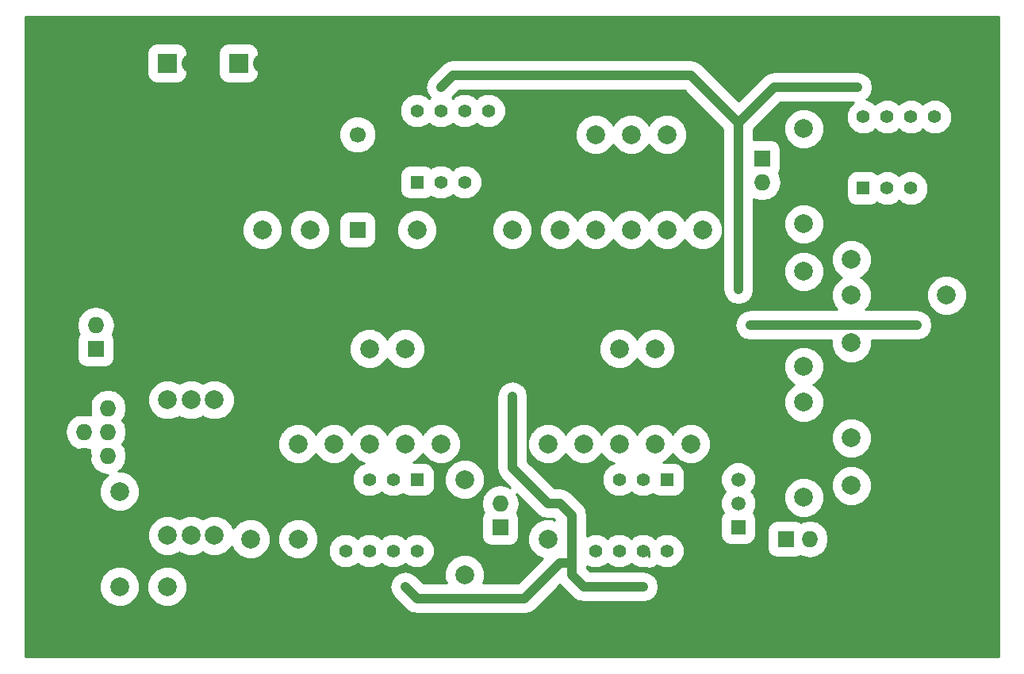
<source format=gbr>
G04 #@! TF.FileFunction,Copper,L1,Top,Signal*
%FSLAX46Y46*%
G04 Gerber Fmt 4.6, Leading zero omitted, Abs format (unit mm)*
G04 Created by KiCad (PCBNEW (2014-10-31 BZR 5247)-product) date Friday, February 20, 2015 'PMt' 09:07:01 PM*
%MOMM*%
G01*
G04 APERTURE LIST*
%ADD10C,0.100000*%
%ADD11C,1.998980*%
%ADD12R,1.727200X1.727200*%
%ADD13O,1.727200X1.727200*%
%ADD14R,1.397000X1.397000*%
%ADD15C,1.397000*%
%ADD16C,1.699260*%
%ADD17R,1.699260X1.699260*%
%ADD18R,2.032000X2.032000*%
%ADD19O,2.032000X2.032000*%
%ADD20C,1.510000*%
%ADD21R,1.510000X1.510000*%
%ADD22C,2.000000*%
%ADD23C,0.889000*%
%ADD24C,1.016000*%
%ADD25C,0.254000*%
G04 APERTURE END LIST*
D10*
D11*
X116840000Y-99060000D03*
X116840000Y-109220000D03*
X113030000Y-114300000D03*
X102870000Y-114300000D03*
X143510000Y-99060000D03*
X143510000Y-109220000D03*
X170815000Y-94615000D03*
X170815000Y-104775000D03*
X175895000Y-88265000D03*
X175895000Y-98425000D03*
X170815000Y-80645000D03*
X170815000Y-90805000D03*
X160020000Y-66040000D03*
X160020000Y-76200000D03*
X144780000Y-66040000D03*
X144780000Y-76200000D03*
D12*
X95250000Y-88900000D03*
D13*
X95250000Y-86360000D03*
D12*
X138430000Y-107950000D03*
D13*
X138430000Y-105410000D03*
D12*
X168910000Y-109220000D03*
D13*
X171450000Y-109220000D03*
D12*
X93980000Y-95250000D03*
D13*
X96520000Y-95250000D03*
X93980000Y-97790000D03*
X96520000Y-97790000D03*
X93980000Y-100330000D03*
X96520000Y-100330000D03*
D12*
X166370000Y-68580000D03*
D13*
X166370000Y-71120000D03*
D11*
X120650000Y-88900000D03*
X120650000Y-99060000D03*
X128270000Y-99060000D03*
X128270000Y-88900000D03*
X132080000Y-99060000D03*
X132080000Y-88900000D03*
X124460000Y-88900000D03*
X124460000Y-99060000D03*
X134620000Y-113030000D03*
X134620000Y-102870000D03*
X97790000Y-104140000D03*
X97790000Y-114300000D03*
X111760000Y-109220000D03*
X111760000Y-99060000D03*
X147320000Y-88900000D03*
X147320000Y-99060000D03*
X154940000Y-99060000D03*
X154940000Y-88900000D03*
X158750000Y-99060000D03*
X158750000Y-88900000D03*
X151130000Y-88900000D03*
X151130000Y-99060000D03*
X175895000Y-103505000D03*
X186055000Y-103505000D03*
X175895000Y-79375000D03*
X186055000Y-79375000D03*
X175895000Y-83185000D03*
X186055000Y-83185000D03*
X170815000Y-65405000D03*
X170815000Y-75565000D03*
X156210000Y-66040000D03*
X156210000Y-76200000D03*
X152400000Y-76200000D03*
X152400000Y-66040000D03*
D14*
X129540000Y-102870000D03*
D15*
X127000000Y-102870000D03*
X124460000Y-102870000D03*
X121920000Y-102870000D03*
X121920000Y-110490000D03*
X124460000Y-110490000D03*
X127000000Y-110490000D03*
X129540000Y-110490000D03*
D14*
X177165000Y-71755000D03*
D15*
X179705000Y-71755000D03*
X182245000Y-71755000D03*
X184785000Y-71755000D03*
X184785000Y-64135000D03*
X182245000Y-64135000D03*
X179705000Y-64135000D03*
X177165000Y-64135000D03*
D14*
X129540000Y-71120000D03*
D15*
X132080000Y-71120000D03*
X134620000Y-71120000D03*
X137160000Y-71120000D03*
X137160000Y-63500000D03*
X134620000Y-63500000D03*
X132080000Y-63500000D03*
X129540000Y-63500000D03*
D11*
X118110000Y-76200000D03*
X118110000Y-66040000D03*
X129540000Y-76200000D03*
X139700000Y-76200000D03*
D16*
X123190000Y-66040000D03*
D17*
X123190000Y-76200000D03*
D18*
X110490000Y-58420000D03*
D19*
X113030000Y-58420000D03*
D11*
X148590000Y-76200000D03*
X148590000Y-66040000D03*
X113030000Y-76200000D03*
X113030000Y-66040000D03*
D20*
X163830000Y-102870000D03*
D21*
X163830000Y-107950000D03*
D20*
X163830000Y-105410000D03*
D22*
X102910000Y-94350000D03*
X105410000Y-94350000D03*
X107910000Y-94350000D03*
X102910000Y-108850000D03*
X105410000Y-108850000D03*
X107910000Y-108850000D03*
D14*
X156210000Y-102870000D03*
D15*
X153670000Y-102870000D03*
X151130000Y-102870000D03*
X148590000Y-102870000D03*
X148590000Y-110490000D03*
X151130000Y-110490000D03*
X153670000Y-110490000D03*
X156210000Y-110490000D03*
D18*
X102870000Y-58420000D03*
D19*
X105410000Y-58420000D03*
D23*
X132080000Y-60960000D03*
X176530000Y-60960000D03*
X163830000Y-82550000D03*
X182880000Y-86360000D03*
X165100000Y-86360000D03*
X128270000Y-114300000D03*
X153670000Y-114300000D03*
X139700000Y-93980000D03*
D24*
X163830000Y-64770000D02*
X160020000Y-60960000D01*
X133350000Y-59690000D02*
X132080000Y-60960000D01*
X158750000Y-59690000D02*
X133350000Y-59690000D01*
X160020000Y-60960000D02*
X158750000Y-59690000D01*
X167640000Y-60960000D02*
X176530000Y-60960000D01*
X163830000Y-64770000D02*
X167640000Y-60960000D01*
X163830000Y-82550000D02*
X163830000Y-64770000D01*
X165100000Y-86360000D02*
X182880000Y-86360000D01*
X146050000Y-111760000D02*
X144780000Y-111760000D01*
X129540000Y-115570000D02*
X128270000Y-114300000D01*
X140970000Y-115570000D02*
X129540000Y-115570000D01*
X144780000Y-111760000D02*
X140970000Y-115570000D01*
X147320000Y-114300000D02*
X153670000Y-114300000D01*
X146050000Y-113030000D02*
X147320000Y-114300000D01*
X146050000Y-106680000D02*
X146050000Y-111760000D01*
X146050000Y-111760000D02*
X146050000Y-113030000D01*
X144780000Y-105410000D02*
X146050000Y-106680000D01*
X143510000Y-105410000D02*
X144780000Y-105410000D01*
X139700000Y-101600000D02*
X143510000Y-105410000D01*
X139700000Y-93980000D02*
X139700000Y-101600000D01*
D25*
X154305000Y-111125000D02*
X154305000Y-110490000D01*
G36*
X191643000Y-121793000D02*
X188197861Y-121793000D01*
X188197861Y-82760702D01*
X187872374Y-81972962D01*
X187270208Y-81369744D01*
X186626819Y-81102586D01*
X186626819Y-63770310D01*
X186347058Y-63093237D01*
X185829488Y-62574763D01*
X185152904Y-62293820D01*
X184420310Y-62293181D01*
X183743237Y-62572942D01*
X183515056Y-62800725D01*
X183289488Y-62574763D01*
X182612904Y-62293820D01*
X181880310Y-62293181D01*
X181203237Y-62572942D01*
X180975056Y-62800725D01*
X180749488Y-62574763D01*
X180072904Y-62293820D01*
X179340310Y-62293181D01*
X178663237Y-62572942D01*
X178435056Y-62800725D01*
X178209488Y-62574763D01*
X177532904Y-62293820D01*
X177448527Y-62293746D01*
X177697433Y-62127433D01*
X178055325Y-61591810D01*
X178181000Y-60960000D01*
X178055325Y-60328190D01*
X177697433Y-59792567D01*
X177161810Y-59434675D01*
X176530000Y-59309000D01*
X167640000Y-59309000D01*
X167008190Y-59434675D01*
X166472567Y-59792566D01*
X163830000Y-62435133D01*
X161187433Y-59792567D01*
X159917433Y-58522567D01*
X159381811Y-58164675D01*
X158750000Y-58039000D01*
X133350000Y-58039000D01*
X132823013Y-58143824D01*
X132718189Y-58164675D01*
X132182567Y-58522567D01*
X130912567Y-59792567D01*
X130554675Y-60328189D01*
X130429000Y-60960000D01*
X130554675Y-61591811D01*
X130886898Y-62089016D01*
X130810056Y-62165725D01*
X130584488Y-61939763D01*
X129907904Y-61658820D01*
X129175310Y-61658181D01*
X128498237Y-61937942D01*
X127979763Y-62455512D01*
X127698820Y-63132096D01*
X127698181Y-63864690D01*
X127977942Y-64541763D01*
X128495512Y-65060237D01*
X129172096Y-65341180D01*
X129904690Y-65341819D01*
X130581763Y-65062058D01*
X130809943Y-64834274D01*
X131035512Y-65060237D01*
X131712096Y-65341180D01*
X132444690Y-65341819D01*
X133121763Y-65062058D01*
X133349943Y-64834274D01*
X133575512Y-65060237D01*
X134252096Y-65341180D01*
X134984690Y-65341819D01*
X135661763Y-65062058D01*
X135889943Y-64834274D01*
X136115512Y-65060237D01*
X136792096Y-65341180D01*
X137524690Y-65341819D01*
X138201763Y-65062058D01*
X138720237Y-64544488D01*
X139001180Y-63867904D01*
X139001819Y-63135310D01*
X138722058Y-62458237D01*
X138204488Y-61939763D01*
X137527904Y-61658820D01*
X136795310Y-61658181D01*
X136118237Y-61937942D01*
X135890056Y-62165725D01*
X135664488Y-61939763D01*
X134987904Y-61658820D01*
X134255310Y-61658181D01*
X133578237Y-61937942D01*
X133350056Y-62165725D01*
X133279659Y-62095206D01*
X134033866Y-61341000D01*
X158066134Y-61341000D01*
X158852567Y-62127433D01*
X162179000Y-65453866D01*
X162179000Y-82550000D01*
X162304675Y-83181810D01*
X162662567Y-83717433D01*
X163198190Y-84075325D01*
X163830000Y-84201000D01*
X164461810Y-84075325D01*
X164997433Y-83717433D01*
X165355325Y-83181810D01*
X165481000Y-82550000D01*
X165481000Y-72919203D01*
X165562795Y-72973857D01*
X166330688Y-73126600D01*
X166409312Y-73126600D01*
X167177205Y-72973857D01*
X167828192Y-72538880D01*
X168263169Y-71887893D01*
X168415912Y-71120000D01*
X168263169Y-70352107D01*
X168134341Y-70159304D01*
X168202589Y-70091057D01*
X168376600Y-69670957D01*
X168376600Y-69216243D01*
X168376600Y-67489043D01*
X168202589Y-67068942D01*
X167881057Y-66747411D01*
X167460957Y-66573400D01*
X167006243Y-66573400D01*
X165481000Y-66573400D01*
X165481000Y-65453866D01*
X168323866Y-62611000D01*
X176085112Y-62611000D01*
X175604763Y-63090512D01*
X175323820Y-63767096D01*
X175323181Y-64499690D01*
X175602942Y-65176763D01*
X176120512Y-65695237D01*
X176797096Y-65976180D01*
X177529690Y-65976819D01*
X178206763Y-65697058D01*
X178434943Y-65469274D01*
X178660512Y-65695237D01*
X179337096Y-65976180D01*
X180069690Y-65976819D01*
X180746763Y-65697058D01*
X180974943Y-65469274D01*
X181200512Y-65695237D01*
X181877096Y-65976180D01*
X182609690Y-65976819D01*
X183286763Y-65697058D01*
X183514943Y-65469274D01*
X183740512Y-65695237D01*
X184417096Y-65976180D01*
X185149690Y-65976819D01*
X185826763Y-65697058D01*
X186345237Y-65179488D01*
X186626180Y-64502904D01*
X186626819Y-63770310D01*
X186626819Y-81102586D01*
X186483037Y-81042883D01*
X185630702Y-81042139D01*
X184842962Y-81367626D01*
X184239744Y-81969792D01*
X184086819Y-82338077D01*
X184086819Y-71390310D01*
X183807058Y-70713237D01*
X183289488Y-70194763D01*
X182612904Y-69913820D01*
X181880310Y-69913181D01*
X181203237Y-70192942D01*
X180975056Y-70420725D01*
X180749488Y-70194763D01*
X180072904Y-69913820D01*
X179340310Y-69913181D01*
X178663237Y-70192942D01*
X178639792Y-70216345D01*
X178510957Y-70087511D01*
X178090857Y-69913500D01*
X177636143Y-69913500D01*
X176239143Y-69913500D01*
X175819042Y-70087511D01*
X175497511Y-70409043D01*
X175323500Y-70829143D01*
X175323500Y-71283857D01*
X175323500Y-72680857D01*
X175497511Y-73100958D01*
X175819043Y-73422489D01*
X176239143Y-73596500D01*
X176693857Y-73596500D01*
X178090857Y-73596500D01*
X178510958Y-73422489D01*
X178639379Y-73294067D01*
X178660512Y-73315237D01*
X179337096Y-73596180D01*
X180069690Y-73596819D01*
X180746763Y-73317058D01*
X180974943Y-73089274D01*
X181200512Y-73315237D01*
X181877096Y-73596180D01*
X182609690Y-73596819D01*
X183286763Y-73317058D01*
X183805237Y-72799488D01*
X184086180Y-72122904D01*
X184086819Y-71390310D01*
X184086819Y-82338077D01*
X183912883Y-82756963D01*
X183912139Y-83609298D01*
X184237626Y-84397038D01*
X184839792Y-85000256D01*
X185626963Y-85327117D01*
X186479298Y-85327861D01*
X187267038Y-85002374D01*
X187870256Y-84400208D01*
X188197117Y-83613037D01*
X188197861Y-82760702D01*
X188197861Y-121793000D01*
X184531000Y-121793000D01*
X184531000Y-86360000D01*
X184405325Y-85728190D01*
X184047433Y-85192567D01*
X183511810Y-84834675D01*
X182880000Y-84709000D01*
X177400924Y-84709000D01*
X177710256Y-84400208D01*
X178037117Y-83613037D01*
X178037861Y-82760702D01*
X177712374Y-81972962D01*
X177110208Y-81369744D01*
X176894522Y-81280183D01*
X177107038Y-81192374D01*
X177710256Y-80590208D01*
X178037117Y-79803037D01*
X178037861Y-78950702D01*
X177712374Y-78162962D01*
X177110208Y-77559744D01*
X176323037Y-77232883D01*
X175470702Y-77232139D01*
X174682962Y-77557626D01*
X174079744Y-78159792D01*
X173752883Y-78946963D01*
X173752139Y-79799298D01*
X174077626Y-80587038D01*
X174679792Y-81190256D01*
X174895477Y-81279816D01*
X174682962Y-81367626D01*
X174079744Y-81969792D01*
X173752883Y-82756963D01*
X173752139Y-83609298D01*
X174077626Y-84397038D01*
X174389043Y-84709000D01*
X172957861Y-84709000D01*
X172957861Y-80220702D01*
X172957861Y-75140702D01*
X172957861Y-64980702D01*
X172632374Y-64192962D01*
X172030208Y-63589744D01*
X171243037Y-63262883D01*
X170390702Y-63262139D01*
X169602962Y-63587626D01*
X168999744Y-64189792D01*
X168672883Y-64976963D01*
X168672139Y-65829298D01*
X168997626Y-66617038D01*
X169599792Y-67220256D01*
X170386963Y-67547117D01*
X171239298Y-67547861D01*
X172027038Y-67222374D01*
X172630256Y-66620208D01*
X172957117Y-65833037D01*
X172957861Y-64980702D01*
X172957861Y-75140702D01*
X172632374Y-74352962D01*
X172030208Y-73749744D01*
X171243037Y-73422883D01*
X170390702Y-73422139D01*
X169602962Y-73747626D01*
X168999744Y-74349792D01*
X168672883Y-75136963D01*
X168672139Y-75989298D01*
X168997626Y-76777038D01*
X169599792Y-77380256D01*
X170386963Y-77707117D01*
X171239298Y-77707861D01*
X172027038Y-77382374D01*
X172630256Y-76780208D01*
X172957117Y-75993037D01*
X172957861Y-75140702D01*
X172957861Y-80220702D01*
X172632374Y-79432962D01*
X172030208Y-78829744D01*
X171243037Y-78502883D01*
X170390702Y-78502139D01*
X169602962Y-78827626D01*
X168999744Y-79429792D01*
X168672883Y-80216963D01*
X168672139Y-81069298D01*
X168997626Y-81857038D01*
X169599792Y-82460256D01*
X170386963Y-82787117D01*
X171239298Y-82787861D01*
X172027038Y-82462374D01*
X172630256Y-81860208D01*
X172957117Y-81073037D01*
X172957861Y-80220702D01*
X172957861Y-84709000D01*
X165100000Y-84709000D01*
X164468190Y-84834675D01*
X163932567Y-85192567D01*
X163574675Y-85728190D01*
X163449000Y-86360000D01*
X163574675Y-86991810D01*
X163932567Y-87527433D01*
X164468190Y-87885325D01*
X165100000Y-88011000D01*
X173752731Y-88011000D01*
X173752139Y-88689298D01*
X174077626Y-89477038D01*
X174679792Y-90080256D01*
X175466963Y-90407117D01*
X176319298Y-90407861D01*
X177107038Y-90082374D01*
X177710256Y-89480208D01*
X178037117Y-88693037D01*
X178037712Y-88011000D01*
X182880000Y-88011000D01*
X183511810Y-87885325D01*
X184047433Y-87527433D01*
X184405325Y-86991810D01*
X184531000Y-86360000D01*
X184531000Y-121793000D01*
X178037861Y-121793000D01*
X178037861Y-103080702D01*
X178037861Y-98000702D01*
X177712374Y-97212962D01*
X177110208Y-96609744D01*
X176323037Y-96282883D01*
X175470702Y-96282139D01*
X174682962Y-96607626D01*
X174079744Y-97209792D01*
X173752883Y-97996963D01*
X173752139Y-98849298D01*
X174077626Y-99637038D01*
X174679792Y-100240256D01*
X175466963Y-100567117D01*
X176319298Y-100567861D01*
X177107038Y-100242374D01*
X177710256Y-99640208D01*
X178037117Y-98853037D01*
X178037861Y-98000702D01*
X178037861Y-103080702D01*
X177712374Y-102292962D01*
X177110208Y-101689744D01*
X176323037Y-101362883D01*
X175470702Y-101362139D01*
X174682962Y-101687626D01*
X174079744Y-102289792D01*
X173752883Y-103076963D01*
X173752139Y-103929298D01*
X174077626Y-104717038D01*
X174679792Y-105320256D01*
X175466963Y-105647117D01*
X176319298Y-105647861D01*
X177107038Y-105322374D01*
X177710256Y-104720208D01*
X178037117Y-103933037D01*
X178037861Y-103080702D01*
X178037861Y-121793000D01*
X173456600Y-121793000D01*
X173456600Y-109259312D01*
X173456600Y-109180688D01*
X173303857Y-108412795D01*
X172957861Y-107894977D01*
X172957861Y-104350702D01*
X172957861Y-94190702D01*
X172632374Y-93402962D01*
X172030208Y-92799744D01*
X171814522Y-92710183D01*
X172027038Y-92622374D01*
X172630256Y-92020208D01*
X172957117Y-91233037D01*
X172957861Y-90380702D01*
X172632374Y-89592962D01*
X172030208Y-88989744D01*
X171243037Y-88662883D01*
X170390702Y-88662139D01*
X169602962Y-88987626D01*
X168999744Y-89589792D01*
X168672883Y-90376963D01*
X168672139Y-91229298D01*
X168997626Y-92017038D01*
X169599792Y-92620256D01*
X169815477Y-92709816D01*
X169602962Y-92797626D01*
X168999744Y-93399792D01*
X168672883Y-94186963D01*
X168672139Y-95039298D01*
X168997626Y-95827038D01*
X169599792Y-96430256D01*
X170386963Y-96757117D01*
X171239298Y-96757861D01*
X172027038Y-96432374D01*
X172630256Y-95830208D01*
X172957117Y-95043037D01*
X172957861Y-94190702D01*
X172957861Y-104350702D01*
X172632374Y-103562962D01*
X172030208Y-102959744D01*
X171243037Y-102632883D01*
X170390702Y-102632139D01*
X169602962Y-102957626D01*
X168999744Y-103559792D01*
X168672883Y-104346963D01*
X168672139Y-105199298D01*
X168997626Y-105987038D01*
X169599792Y-106590256D01*
X170386963Y-106917117D01*
X171239298Y-106917861D01*
X172027038Y-106592374D01*
X172630256Y-105990208D01*
X172957117Y-105203037D01*
X172957861Y-104350702D01*
X172957861Y-107894977D01*
X172868880Y-107761808D01*
X172217893Y-107326831D01*
X171450000Y-107174088D01*
X170682107Y-107326831D01*
X170489304Y-107455658D01*
X170421057Y-107387411D01*
X170000957Y-107213400D01*
X169546243Y-107213400D01*
X167819043Y-107213400D01*
X167398942Y-107387411D01*
X167077411Y-107708943D01*
X166903400Y-108129043D01*
X166903400Y-108583757D01*
X166903400Y-110310957D01*
X167077411Y-110731058D01*
X167398943Y-111052589D01*
X167819043Y-111226600D01*
X168273757Y-111226600D01*
X170000957Y-111226600D01*
X170421058Y-111052589D01*
X170489304Y-110984342D01*
X170682107Y-111113169D01*
X171450000Y-111265912D01*
X172217893Y-111113169D01*
X172868880Y-110678192D01*
X173303857Y-110027205D01*
X173456600Y-109259312D01*
X173456600Y-121793000D01*
X165728329Y-121793000D01*
X165728329Y-105034121D01*
X165439984Y-104336274D01*
X165244177Y-104140125D01*
X165438108Y-103946534D01*
X165727670Y-103249192D01*
X165728329Y-102494121D01*
X165439984Y-101796274D01*
X164906534Y-101261892D01*
X164209192Y-100972330D01*
X163454121Y-100971671D01*
X162756274Y-101260016D01*
X162221892Y-101793466D01*
X162162861Y-101935628D01*
X162162861Y-75775702D01*
X161837374Y-74987962D01*
X161235208Y-74384744D01*
X160448037Y-74057883D01*
X159595702Y-74057139D01*
X158807962Y-74382626D01*
X158352861Y-74836933D01*
X158352861Y-65615702D01*
X158027374Y-64827962D01*
X157425208Y-64224744D01*
X156638037Y-63897883D01*
X155785702Y-63897139D01*
X154997962Y-64222626D01*
X154394744Y-64824792D01*
X154305183Y-65040477D01*
X154217374Y-64827962D01*
X153615208Y-64224744D01*
X152828037Y-63897883D01*
X151975702Y-63897139D01*
X151187962Y-64222626D01*
X150584744Y-64824792D01*
X150495183Y-65040477D01*
X150407374Y-64827962D01*
X149805208Y-64224744D01*
X149018037Y-63897883D01*
X148165702Y-63897139D01*
X147377962Y-64222626D01*
X146774744Y-64824792D01*
X146447883Y-65611963D01*
X146447139Y-66464298D01*
X146772626Y-67252038D01*
X147374792Y-67855256D01*
X148161963Y-68182117D01*
X149014298Y-68182861D01*
X149802038Y-67857374D01*
X150405256Y-67255208D01*
X150494816Y-67039522D01*
X150582626Y-67252038D01*
X151184792Y-67855256D01*
X151971963Y-68182117D01*
X152824298Y-68182861D01*
X153612038Y-67857374D01*
X154215256Y-67255208D01*
X154304816Y-67039522D01*
X154392626Y-67252038D01*
X154994792Y-67855256D01*
X155781963Y-68182117D01*
X156634298Y-68182861D01*
X157422038Y-67857374D01*
X158025256Y-67255208D01*
X158352117Y-66468037D01*
X158352861Y-65615702D01*
X158352861Y-74836933D01*
X158204744Y-74984792D01*
X158115183Y-75200477D01*
X158027374Y-74987962D01*
X157425208Y-74384744D01*
X156638037Y-74057883D01*
X155785702Y-74057139D01*
X154997962Y-74382626D01*
X154394744Y-74984792D01*
X154305183Y-75200477D01*
X154217374Y-74987962D01*
X153615208Y-74384744D01*
X152828037Y-74057883D01*
X151975702Y-74057139D01*
X151187962Y-74382626D01*
X150584744Y-74984792D01*
X150495183Y-75200477D01*
X150407374Y-74987962D01*
X149805208Y-74384744D01*
X149018037Y-74057883D01*
X148165702Y-74057139D01*
X147377962Y-74382626D01*
X146774744Y-74984792D01*
X146685183Y-75200477D01*
X146597374Y-74987962D01*
X145995208Y-74384744D01*
X145208037Y-74057883D01*
X144355702Y-74057139D01*
X143567962Y-74382626D01*
X142964744Y-74984792D01*
X142637883Y-75771963D01*
X142637139Y-76624298D01*
X142962626Y-77412038D01*
X143564792Y-78015256D01*
X144351963Y-78342117D01*
X145204298Y-78342861D01*
X145992038Y-78017374D01*
X146595256Y-77415208D01*
X146684816Y-77199522D01*
X146772626Y-77412038D01*
X147374792Y-78015256D01*
X148161963Y-78342117D01*
X149014298Y-78342861D01*
X149802038Y-78017374D01*
X150405256Y-77415208D01*
X150494816Y-77199522D01*
X150582626Y-77412038D01*
X151184792Y-78015256D01*
X151971963Y-78342117D01*
X152824298Y-78342861D01*
X153612038Y-78017374D01*
X154215256Y-77415208D01*
X154304816Y-77199522D01*
X154392626Y-77412038D01*
X154994792Y-78015256D01*
X155781963Y-78342117D01*
X156634298Y-78342861D01*
X157422038Y-78017374D01*
X158025256Y-77415208D01*
X158114816Y-77199522D01*
X158202626Y-77412038D01*
X158804792Y-78015256D01*
X159591963Y-78342117D01*
X160444298Y-78342861D01*
X161232038Y-78017374D01*
X161835256Y-77415208D01*
X162162117Y-76628037D01*
X162162861Y-75775702D01*
X162162861Y-101935628D01*
X161932330Y-102490808D01*
X161931671Y-103245879D01*
X162220016Y-103943726D01*
X162415822Y-104139874D01*
X162221892Y-104333466D01*
X161932330Y-105030808D01*
X161931671Y-105785879D01*
X162205341Y-106448211D01*
X162106011Y-106547543D01*
X161932000Y-106967643D01*
X161932000Y-107422357D01*
X161932000Y-108932357D01*
X162106011Y-109352458D01*
X162427543Y-109673989D01*
X162847643Y-109848000D01*
X163302357Y-109848000D01*
X164812357Y-109848000D01*
X165232458Y-109673989D01*
X165553989Y-109352457D01*
X165728000Y-108932357D01*
X165728000Y-108477643D01*
X165728000Y-106967643D01*
X165553989Y-106547542D01*
X165454207Y-106447761D01*
X165727670Y-105789192D01*
X165728329Y-105034121D01*
X165728329Y-121793000D01*
X160892861Y-121793000D01*
X160892861Y-98635702D01*
X160567374Y-97847962D01*
X159965208Y-97244744D01*
X159178037Y-96917883D01*
X158325702Y-96917139D01*
X157537962Y-97242626D01*
X157082861Y-97696933D01*
X157082861Y-88475702D01*
X156757374Y-87687962D01*
X156155208Y-87084744D01*
X155368037Y-86757883D01*
X154515702Y-86757139D01*
X153727962Y-87082626D01*
X153124744Y-87684792D01*
X153035183Y-87900477D01*
X152947374Y-87687962D01*
X152345208Y-87084744D01*
X151558037Y-86757883D01*
X150705702Y-86757139D01*
X149917962Y-87082626D01*
X149314744Y-87684792D01*
X148987883Y-88471963D01*
X148987139Y-89324298D01*
X149312626Y-90112038D01*
X149914792Y-90715256D01*
X150701963Y-91042117D01*
X151554298Y-91042861D01*
X152342038Y-90717374D01*
X152945256Y-90115208D01*
X153034816Y-89899522D01*
X153122626Y-90112038D01*
X153724792Y-90715256D01*
X154511963Y-91042117D01*
X155364298Y-91042861D01*
X156152038Y-90717374D01*
X156755256Y-90115208D01*
X157082117Y-89328037D01*
X157082861Y-88475702D01*
X157082861Y-97696933D01*
X156934744Y-97844792D01*
X156845183Y-98060477D01*
X156757374Y-97847962D01*
X156155208Y-97244744D01*
X155368037Y-96917883D01*
X154515702Y-96917139D01*
X153727962Y-97242626D01*
X153124744Y-97844792D01*
X153035183Y-98060477D01*
X152947374Y-97847962D01*
X152345208Y-97244744D01*
X151558037Y-96917883D01*
X150705702Y-96917139D01*
X149917962Y-97242626D01*
X149314744Y-97844792D01*
X149225183Y-98060477D01*
X149137374Y-97847962D01*
X148535208Y-97244744D01*
X147748037Y-96917883D01*
X146895702Y-96917139D01*
X146107962Y-97242626D01*
X145504744Y-97844792D01*
X145415183Y-98060477D01*
X145327374Y-97847962D01*
X144725208Y-97244744D01*
X143938037Y-96917883D01*
X143085702Y-96917139D01*
X142297962Y-97242626D01*
X141842861Y-97696933D01*
X141842861Y-75775702D01*
X141517374Y-74987962D01*
X140915208Y-74384744D01*
X140128037Y-74057883D01*
X139275702Y-74057139D01*
X138487962Y-74382626D01*
X137884744Y-74984792D01*
X137557883Y-75771963D01*
X137557139Y-76624298D01*
X137882626Y-77412038D01*
X138484792Y-78015256D01*
X139271963Y-78342117D01*
X140124298Y-78342861D01*
X140912038Y-78017374D01*
X141515256Y-77415208D01*
X141842117Y-76628037D01*
X141842861Y-75775702D01*
X141842861Y-97696933D01*
X141694744Y-97844792D01*
X141367883Y-98631963D01*
X141367139Y-99484298D01*
X141692626Y-100272038D01*
X142294792Y-100875256D01*
X143081963Y-101202117D01*
X143934298Y-101202861D01*
X144722038Y-100877374D01*
X145325256Y-100275208D01*
X145414816Y-100059522D01*
X145502626Y-100272038D01*
X146104792Y-100875256D01*
X146891963Y-101202117D01*
X147744298Y-101202861D01*
X148532038Y-100877374D01*
X149135256Y-100275208D01*
X149224816Y-100059522D01*
X149312626Y-100272038D01*
X149914792Y-100875256D01*
X150523598Y-101128054D01*
X150088237Y-101307942D01*
X149569763Y-101825512D01*
X149288820Y-102502096D01*
X149288181Y-103234690D01*
X149567942Y-103911763D01*
X150085512Y-104430237D01*
X150762096Y-104711180D01*
X151494690Y-104711819D01*
X152171763Y-104432058D01*
X152399943Y-104204274D01*
X152625512Y-104430237D01*
X153302096Y-104711180D01*
X154034690Y-104711819D01*
X154711763Y-104432058D01*
X154735207Y-104408654D01*
X154864043Y-104537489D01*
X155284143Y-104711500D01*
X155738857Y-104711500D01*
X157135857Y-104711500D01*
X157555958Y-104537489D01*
X157877489Y-104215957D01*
X158051500Y-103795857D01*
X158051500Y-103341143D01*
X158051500Y-101944143D01*
X157877489Y-101524042D01*
X157555957Y-101202511D01*
X157135857Y-101028500D01*
X156681143Y-101028500D01*
X155786284Y-101028500D01*
X156152038Y-100877374D01*
X156755256Y-100275208D01*
X156844816Y-100059522D01*
X156932626Y-100272038D01*
X157534792Y-100875256D01*
X158321963Y-101202117D01*
X159174298Y-101202861D01*
X159962038Y-100877374D01*
X160565256Y-100275208D01*
X160892117Y-99488037D01*
X160892861Y-98635702D01*
X160892861Y-121793000D01*
X158051819Y-121793000D01*
X158051819Y-110125310D01*
X157772058Y-109448237D01*
X157254488Y-108929763D01*
X156577904Y-108648820D01*
X155845310Y-108648181D01*
X155168237Y-108927942D01*
X154940056Y-109155725D01*
X154714488Y-108929763D01*
X154037904Y-108648820D01*
X153305310Y-108648181D01*
X152628237Y-108927942D01*
X152400056Y-109155725D01*
X152174488Y-108929763D01*
X151497904Y-108648820D01*
X150765310Y-108648181D01*
X150088237Y-108927942D01*
X149860056Y-109155725D01*
X149634488Y-108929763D01*
X148957904Y-108648820D01*
X148225310Y-108648181D01*
X147701000Y-108864821D01*
X147701000Y-106680000D01*
X147596175Y-106153013D01*
X147575325Y-106048190D01*
X147575325Y-106048189D01*
X147217433Y-105512567D01*
X145947433Y-104242567D01*
X145411811Y-103884675D01*
X144780000Y-103759000D01*
X144193866Y-103759000D01*
X141351000Y-100916133D01*
X141351000Y-93980000D01*
X141225325Y-93348190D01*
X140867433Y-92812567D01*
X140331810Y-92454675D01*
X139700000Y-92329000D01*
X139068190Y-92454675D01*
X138532567Y-92812567D01*
X138174675Y-93348190D01*
X138049000Y-93980000D01*
X138049000Y-101600000D01*
X138174675Y-102231811D01*
X138532567Y-102767433D01*
X139490571Y-103725437D01*
X139237205Y-103556143D01*
X138469312Y-103403400D01*
X138390688Y-103403400D01*
X137622795Y-103556143D01*
X136971808Y-103991120D01*
X136762861Y-104303830D01*
X136762861Y-102445702D01*
X136461819Y-101717123D01*
X136461819Y-70755310D01*
X136182058Y-70078237D01*
X135664488Y-69559763D01*
X134987904Y-69278820D01*
X134255310Y-69278181D01*
X133578237Y-69557942D01*
X133350056Y-69785725D01*
X133124488Y-69559763D01*
X132447904Y-69278820D01*
X131715310Y-69278181D01*
X131038237Y-69557942D01*
X131014792Y-69581345D01*
X130885957Y-69452511D01*
X130465857Y-69278500D01*
X130011143Y-69278500D01*
X128614143Y-69278500D01*
X128194042Y-69452511D01*
X127872511Y-69774043D01*
X127698500Y-70194143D01*
X127698500Y-70648857D01*
X127698500Y-72045857D01*
X127872511Y-72465958D01*
X128194043Y-72787489D01*
X128614143Y-72961500D01*
X129068857Y-72961500D01*
X130465857Y-72961500D01*
X130885958Y-72787489D01*
X131014379Y-72659067D01*
X131035512Y-72680237D01*
X131712096Y-72961180D01*
X132444690Y-72961819D01*
X133121763Y-72682058D01*
X133349943Y-72454274D01*
X133575512Y-72680237D01*
X134252096Y-72961180D01*
X134984690Y-72961819D01*
X135661763Y-72682058D01*
X136180237Y-72164488D01*
X136461180Y-71487904D01*
X136461819Y-70755310D01*
X136461819Y-101717123D01*
X136437374Y-101657962D01*
X135835208Y-101054744D01*
X135048037Y-100727883D01*
X134222861Y-100727162D01*
X134222861Y-98635702D01*
X133897374Y-97847962D01*
X133295208Y-97244744D01*
X132508037Y-96917883D01*
X131682861Y-96917162D01*
X131682861Y-75775702D01*
X131357374Y-74987962D01*
X130755208Y-74384744D01*
X129968037Y-74057883D01*
X129115702Y-74057139D01*
X128327962Y-74382626D01*
X127724744Y-74984792D01*
X127397883Y-75771963D01*
X127397139Y-76624298D01*
X127722626Y-77412038D01*
X128324792Y-78015256D01*
X129111963Y-78342117D01*
X129964298Y-78342861D01*
X130752038Y-78017374D01*
X131355256Y-77415208D01*
X131682117Y-76628037D01*
X131682861Y-75775702D01*
X131682861Y-96917162D01*
X131655702Y-96917139D01*
X130867962Y-97242626D01*
X130412861Y-97696933D01*
X130412861Y-88475702D01*
X130087374Y-87687962D01*
X129485208Y-87084744D01*
X128698037Y-86757883D01*
X127845702Y-86757139D01*
X127057962Y-87082626D01*
X126454744Y-87684792D01*
X126365183Y-87900477D01*
X126277374Y-87687962D01*
X125675208Y-87084744D01*
X125182975Y-86880351D01*
X125182975Y-65645380D01*
X124880255Y-64912740D01*
X124320208Y-64351715D01*
X123588098Y-64047717D01*
X122795380Y-64047025D01*
X122062740Y-64349745D01*
X121501715Y-64909792D01*
X121197717Y-65641902D01*
X121197025Y-66434620D01*
X121499745Y-67167260D01*
X122059792Y-67728285D01*
X122791902Y-68032283D01*
X123584620Y-68032975D01*
X124317260Y-67730255D01*
X124878285Y-67170208D01*
X125182283Y-66438098D01*
X125182975Y-65645380D01*
X125182975Y-86880351D01*
X125182630Y-86880208D01*
X125182630Y-77276987D01*
X125182630Y-76822273D01*
X125182630Y-75123013D01*
X125008619Y-74702912D01*
X124687087Y-74381381D01*
X124266987Y-74207370D01*
X123812273Y-74207370D01*
X122113013Y-74207370D01*
X121692912Y-74381381D01*
X121371381Y-74702913D01*
X121197370Y-75123013D01*
X121197370Y-75577727D01*
X121197370Y-77276987D01*
X121371381Y-77697088D01*
X121692913Y-78018619D01*
X122113013Y-78192630D01*
X122567727Y-78192630D01*
X124266987Y-78192630D01*
X124687088Y-78018619D01*
X125008619Y-77697087D01*
X125182630Y-77276987D01*
X125182630Y-86880208D01*
X124888037Y-86757883D01*
X124035702Y-86757139D01*
X123247962Y-87082626D01*
X122644744Y-87684792D01*
X122317883Y-88471963D01*
X122317139Y-89324298D01*
X122642626Y-90112038D01*
X123244792Y-90715256D01*
X124031963Y-91042117D01*
X124884298Y-91042861D01*
X125672038Y-90717374D01*
X126275256Y-90115208D01*
X126364816Y-89899522D01*
X126452626Y-90112038D01*
X127054792Y-90715256D01*
X127841963Y-91042117D01*
X128694298Y-91042861D01*
X129482038Y-90717374D01*
X130085256Y-90115208D01*
X130412117Y-89328037D01*
X130412861Y-88475702D01*
X130412861Y-97696933D01*
X130264744Y-97844792D01*
X130175183Y-98060477D01*
X130087374Y-97847962D01*
X129485208Y-97244744D01*
X128698037Y-96917883D01*
X127845702Y-96917139D01*
X127057962Y-97242626D01*
X126454744Y-97844792D01*
X126365183Y-98060477D01*
X126277374Y-97847962D01*
X125675208Y-97244744D01*
X124888037Y-96917883D01*
X124035702Y-96917139D01*
X123247962Y-97242626D01*
X122644744Y-97844792D01*
X122555183Y-98060477D01*
X122467374Y-97847962D01*
X121865208Y-97244744D01*
X121078037Y-96917883D01*
X120252861Y-96917162D01*
X120252861Y-75775702D01*
X119927374Y-74987962D01*
X119325208Y-74384744D01*
X118538037Y-74057883D01*
X117685702Y-74057139D01*
X116897962Y-74382626D01*
X116294744Y-74984792D01*
X115967883Y-75771963D01*
X115967139Y-76624298D01*
X116292626Y-77412038D01*
X116894792Y-78015256D01*
X117681963Y-78342117D01*
X118534298Y-78342861D01*
X119322038Y-78017374D01*
X119925256Y-77415208D01*
X120252117Y-76628037D01*
X120252861Y-75775702D01*
X120252861Y-96917162D01*
X120225702Y-96917139D01*
X119437962Y-97242626D01*
X118834744Y-97844792D01*
X118745183Y-98060477D01*
X118657374Y-97847962D01*
X118055208Y-97244744D01*
X117268037Y-96917883D01*
X116415702Y-96917139D01*
X115627962Y-97242626D01*
X115172861Y-97696933D01*
X115172861Y-75775702D01*
X114847374Y-74987962D01*
X114245208Y-74384744D01*
X113458037Y-74057883D01*
X112649000Y-74057176D01*
X112649000Y-59663357D01*
X112649000Y-59208643D01*
X112649000Y-57176643D01*
X112474989Y-56756542D01*
X112153457Y-56435011D01*
X111733357Y-56261000D01*
X111278643Y-56261000D01*
X109246643Y-56261000D01*
X108826542Y-56435011D01*
X108505011Y-56756543D01*
X108331000Y-57176643D01*
X108331000Y-57631357D01*
X108331000Y-59663357D01*
X108505011Y-60083458D01*
X108826543Y-60404989D01*
X109246643Y-60579000D01*
X109701357Y-60579000D01*
X111733357Y-60579000D01*
X112153458Y-60404989D01*
X112474989Y-60083457D01*
X112649000Y-59663357D01*
X112649000Y-74057176D01*
X112605702Y-74057139D01*
X111817962Y-74382626D01*
X111214744Y-74984792D01*
X110887883Y-75771963D01*
X110887139Y-76624298D01*
X111212626Y-77412038D01*
X111814792Y-78015256D01*
X112601963Y-78342117D01*
X113454298Y-78342861D01*
X114242038Y-78017374D01*
X114845256Y-77415208D01*
X115172117Y-76628037D01*
X115172861Y-75775702D01*
X115172861Y-97696933D01*
X115024744Y-97844792D01*
X114697883Y-98631963D01*
X114697139Y-99484298D01*
X115022626Y-100272038D01*
X115624792Y-100875256D01*
X116411963Y-101202117D01*
X117264298Y-101202861D01*
X118052038Y-100877374D01*
X118655256Y-100275208D01*
X118744816Y-100059522D01*
X118832626Y-100272038D01*
X119434792Y-100875256D01*
X120221963Y-101202117D01*
X121074298Y-101202861D01*
X121862038Y-100877374D01*
X122465256Y-100275208D01*
X122554816Y-100059522D01*
X122642626Y-100272038D01*
X123244792Y-100875256D01*
X123853598Y-101128054D01*
X123418237Y-101307942D01*
X122899763Y-101825512D01*
X122618820Y-102502096D01*
X122618181Y-103234690D01*
X122897942Y-103911763D01*
X123415512Y-104430237D01*
X124092096Y-104711180D01*
X124824690Y-104711819D01*
X125501763Y-104432058D01*
X125729943Y-104204274D01*
X125955512Y-104430237D01*
X126632096Y-104711180D01*
X127364690Y-104711819D01*
X128041763Y-104432058D01*
X128065207Y-104408654D01*
X128194043Y-104537489D01*
X128614143Y-104711500D01*
X129068857Y-104711500D01*
X130465857Y-104711500D01*
X130885958Y-104537489D01*
X131207489Y-104215957D01*
X131381500Y-103795857D01*
X131381500Y-103341143D01*
X131381500Y-101944143D01*
X131207489Y-101524042D01*
X130885957Y-101202511D01*
X130465857Y-101028500D01*
X130011143Y-101028500D01*
X129116284Y-101028500D01*
X129482038Y-100877374D01*
X130085256Y-100275208D01*
X130174816Y-100059522D01*
X130262626Y-100272038D01*
X130864792Y-100875256D01*
X131651963Y-101202117D01*
X132504298Y-101202861D01*
X133292038Y-100877374D01*
X133895256Y-100275208D01*
X134222117Y-99488037D01*
X134222861Y-98635702D01*
X134222861Y-100727162D01*
X134195702Y-100727139D01*
X133407962Y-101052626D01*
X132804744Y-101654792D01*
X132477883Y-102441963D01*
X132477139Y-103294298D01*
X132802626Y-104082038D01*
X133404792Y-104685256D01*
X134191963Y-105012117D01*
X135044298Y-105012861D01*
X135832038Y-104687374D01*
X136435256Y-104085208D01*
X136762117Y-103298037D01*
X136762861Y-102445702D01*
X136762861Y-104303830D01*
X136536831Y-104642107D01*
X136384088Y-105410000D01*
X136536831Y-106177893D01*
X136665658Y-106370695D01*
X136597411Y-106438943D01*
X136423400Y-106859043D01*
X136423400Y-107313757D01*
X136423400Y-109040957D01*
X136597411Y-109461058D01*
X136918943Y-109782589D01*
X137339043Y-109956600D01*
X137793757Y-109956600D01*
X139520957Y-109956600D01*
X139941058Y-109782589D01*
X140262589Y-109461057D01*
X140436600Y-109040957D01*
X140436600Y-108586243D01*
X140436600Y-106859043D01*
X140262589Y-106438942D01*
X140194342Y-106370695D01*
X140323169Y-106177893D01*
X140475912Y-105410000D01*
X140323169Y-104642107D01*
X140153874Y-104388741D01*
X142342567Y-106577434D01*
X142878190Y-106935325D01*
X143510000Y-107061000D01*
X144096134Y-107061000D01*
X144237268Y-107202134D01*
X143938037Y-107077883D01*
X143085702Y-107077139D01*
X142297962Y-107402626D01*
X141694744Y-108004792D01*
X141367883Y-108791963D01*
X141367139Y-109644298D01*
X141692626Y-110432038D01*
X142294792Y-111035256D01*
X142913124Y-111292009D01*
X140286133Y-113919000D01*
X136570708Y-113919000D01*
X136762117Y-113458037D01*
X136762861Y-112605702D01*
X136437374Y-111817962D01*
X135835208Y-111214744D01*
X135048037Y-110887883D01*
X134195702Y-110887139D01*
X133407962Y-111212626D01*
X132804744Y-111814792D01*
X132477883Y-112601963D01*
X132477139Y-113454298D01*
X132669149Y-113919000D01*
X131381819Y-113919000D01*
X131381819Y-110125310D01*
X131102058Y-109448237D01*
X130584488Y-108929763D01*
X129907904Y-108648820D01*
X129175310Y-108648181D01*
X128498237Y-108927942D01*
X128270056Y-109155725D01*
X128044488Y-108929763D01*
X127367904Y-108648820D01*
X126635310Y-108648181D01*
X125958237Y-108927942D01*
X125730056Y-109155725D01*
X125504488Y-108929763D01*
X124827904Y-108648820D01*
X124095310Y-108648181D01*
X123418237Y-108927942D01*
X123190056Y-109155725D01*
X122964488Y-108929763D01*
X122287904Y-108648820D01*
X121555310Y-108648181D01*
X120878237Y-108927942D01*
X120359763Y-109445512D01*
X120078820Y-110122096D01*
X120078181Y-110854690D01*
X120357942Y-111531763D01*
X120875512Y-112050237D01*
X121552096Y-112331180D01*
X122284690Y-112331819D01*
X122961763Y-112052058D01*
X123189943Y-111824274D01*
X123415512Y-112050237D01*
X124092096Y-112331180D01*
X124824690Y-112331819D01*
X125501763Y-112052058D01*
X125729943Y-111824274D01*
X125955512Y-112050237D01*
X126632096Y-112331180D01*
X127364690Y-112331819D01*
X128041763Y-112052058D01*
X128269943Y-111824274D01*
X128495512Y-112050237D01*
X129172096Y-112331180D01*
X129904690Y-112331819D01*
X130581763Y-112052058D01*
X131100237Y-111534488D01*
X131381180Y-110857904D01*
X131381819Y-110125310D01*
X131381819Y-113919000D01*
X130223866Y-113919000D01*
X129437433Y-113132567D01*
X128901811Y-112774675D01*
X128270000Y-112649000D01*
X127638189Y-112774675D01*
X127102567Y-113132567D01*
X126744675Y-113668189D01*
X126619000Y-114300000D01*
X126744675Y-114931811D01*
X127102567Y-115467433D01*
X128372567Y-116737433D01*
X128908189Y-117095325D01*
X128908190Y-117095325D01*
X129013013Y-117116175D01*
X129540000Y-117221000D01*
X140970000Y-117221000D01*
X141601810Y-117095325D01*
X141601811Y-117095325D01*
X142137433Y-116737433D01*
X144800402Y-114074464D01*
X144882567Y-114197433D01*
X146152567Y-115467433D01*
X146688189Y-115825325D01*
X146688190Y-115825325D01*
X146793013Y-115846175D01*
X147320000Y-115951000D01*
X153670000Y-115951000D01*
X154301810Y-115825325D01*
X154837433Y-115467433D01*
X155195325Y-114931810D01*
X155321000Y-114300000D01*
X155195325Y-113668190D01*
X154837433Y-113132567D01*
X154301810Y-112774675D01*
X153670000Y-112649000D01*
X148003866Y-112649000D01*
X147701000Y-112346134D01*
X147701000Y-112114801D01*
X148222096Y-112331180D01*
X148954690Y-112331819D01*
X149631763Y-112052058D01*
X149859943Y-111824274D01*
X150085512Y-112050237D01*
X150762096Y-112331180D01*
X151494690Y-112331819D01*
X152171763Y-112052058D01*
X152399943Y-111824274D01*
X152625512Y-112050237D01*
X153302096Y-112331180D01*
X153987159Y-112331777D01*
X154305000Y-112395000D01*
X154791008Y-112298327D01*
X155164227Y-112048950D01*
X155165512Y-112050237D01*
X155842096Y-112331180D01*
X156574690Y-112331819D01*
X157251763Y-112052058D01*
X157770237Y-111534488D01*
X158051180Y-110857904D01*
X158051819Y-110125310D01*
X158051819Y-121793000D01*
X118982861Y-121793000D01*
X118982861Y-108795702D01*
X118657374Y-108007962D01*
X118055208Y-107404744D01*
X117268037Y-107077883D01*
X116415702Y-107077139D01*
X115627962Y-107402626D01*
X115024744Y-108004792D01*
X114697883Y-108791963D01*
X114697139Y-109644298D01*
X115022626Y-110432038D01*
X115624792Y-111035256D01*
X116411963Y-111362117D01*
X117264298Y-111362861D01*
X118052038Y-111037374D01*
X118655256Y-110435208D01*
X118982117Y-109648037D01*
X118982861Y-108795702D01*
X118982861Y-121793000D01*
X113902861Y-121793000D01*
X113902861Y-108795702D01*
X113577374Y-108007962D01*
X112975208Y-107404744D01*
X112188037Y-107077883D01*
X111335702Y-107077139D01*
X110547962Y-107402626D01*
X110053371Y-107896354D01*
X110053371Y-93925601D01*
X109727806Y-93137674D01*
X109125497Y-92534312D01*
X108338139Y-92207373D01*
X107485601Y-92206629D01*
X106697674Y-92532194D01*
X106660463Y-92569339D01*
X106625497Y-92534312D01*
X105838139Y-92207373D01*
X105029000Y-92206666D01*
X105029000Y-59663357D01*
X105029000Y-59208643D01*
X105029000Y-57176643D01*
X104854989Y-56756542D01*
X104533457Y-56435011D01*
X104113357Y-56261000D01*
X103658643Y-56261000D01*
X101626643Y-56261000D01*
X101206542Y-56435011D01*
X100885011Y-56756543D01*
X100711000Y-57176643D01*
X100711000Y-57631357D01*
X100711000Y-59663357D01*
X100885011Y-60083458D01*
X101206543Y-60404989D01*
X101626643Y-60579000D01*
X102081357Y-60579000D01*
X104113357Y-60579000D01*
X104533458Y-60404989D01*
X104854989Y-60083457D01*
X105029000Y-59663357D01*
X105029000Y-92206666D01*
X104985601Y-92206629D01*
X104197674Y-92532194D01*
X104160463Y-92569339D01*
X104125497Y-92534312D01*
X103338139Y-92207373D01*
X102485601Y-92206629D01*
X101697674Y-92532194D01*
X101094312Y-93134503D01*
X100767373Y-93921861D01*
X100766629Y-94774399D01*
X101092194Y-95562326D01*
X101694503Y-96165688D01*
X102481861Y-96492627D01*
X103334399Y-96493371D01*
X104122326Y-96167806D01*
X104159536Y-96130660D01*
X104194503Y-96165688D01*
X104981861Y-96492627D01*
X105834399Y-96493371D01*
X106622326Y-96167806D01*
X106659536Y-96130660D01*
X106694503Y-96165688D01*
X107481861Y-96492627D01*
X108334399Y-96493371D01*
X109122326Y-96167806D01*
X109725688Y-95565497D01*
X110052627Y-94778139D01*
X110053371Y-93925601D01*
X110053371Y-107896354D01*
X109944744Y-108004792D01*
X109912039Y-108083553D01*
X109727806Y-107637674D01*
X109125497Y-107034312D01*
X108338139Y-106707373D01*
X107485601Y-106706629D01*
X106697674Y-107032194D01*
X106660463Y-107069339D01*
X106625497Y-107034312D01*
X105838139Y-106707373D01*
X104985601Y-106706629D01*
X104197674Y-107032194D01*
X104160463Y-107069339D01*
X104125497Y-107034312D01*
X103338139Y-106707373D01*
X102485601Y-106706629D01*
X101697674Y-107032194D01*
X101094312Y-107634503D01*
X100767373Y-108421861D01*
X100766629Y-109274399D01*
X101092194Y-110062326D01*
X101694503Y-110665688D01*
X102481861Y-110992627D01*
X103334399Y-110993371D01*
X104122326Y-110667806D01*
X104159536Y-110630660D01*
X104194503Y-110665688D01*
X104981861Y-110992627D01*
X105834399Y-110993371D01*
X106622326Y-110667806D01*
X106659536Y-110630660D01*
X106694503Y-110665688D01*
X107481861Y-110992627D01*
X108334399Y-110993371D01*
X109122326Y-110667806D01*
X109725688Y-110065497D01*
X109758512Y-109986447D01*
X109942626Y-110432038D01*
X110544792Y-111035256D01*
X111331963Y-111362117D01*
X112184298Y-111362861D01*
X112972038Y-111037374D01*
X113575256Y-110435208D01*
X113902117Y-109648037D01*
X113902861Y-108795702D01*
X113902861Y-121793000D01*
X105012861Y-121793000D01*
X105012861Y-113875702D01*
X104687374Y-113087962D01*
X104085208Y-112484744D01*
X103298037Y-112157883D01*
X102445702Y-112157139D01*
X101657962Y-112482626D01*
X101054744Y-113084792D01*
X100727883Y-113871963D01*
X100727139Y-114724298D01*
X101052626Y-115512038D01*
X101654792Y-116115256D01*
X102441963Y-116442117D01*
X103294298Y-116442861D01*
X104082038Y-116117374D01*
X104685256Y-115515208D01*
X105012117Y-114728037D01*
X105012861Y-113875702D01*
X105012861Y-121793000D01*
X99932861Y-121793000D01*
X99932861Y-113875702D01*
X99932861Y-103715702D01*
X99607374Y-102927962D01*
X99005208Y-102324744D01*
X98218037Y-101997883D01*
X97625829Y-101997366D01*
X97938880Y-101788192D01*
X98373857Y-101137205D01*
X98526600Y-100369312D01*
X98526600Y-100290688D01*
X98373857Y-99522795D01*
X98064626Y-99060000D01*
X98373857Y-98597205D01*
X98526600Y-97829312D01*
X98526600Y-97750688D01*
X98373857Y-96982795D01*
X98064626Y-96520000D01*
X98373857Y-96057205D01*
X98526600Y-95289312D01*
X98526600Y-95210688D01*
X98373857Y-94442795D01*
X97938880Y-93791808D01*
X97295912Y-93362189D01*
X97295912Y-86360000D01*
X97143169Y-85592107D01*
X96708192Y-84941120D01*
X96057205Y-84506143D01*
X95289312Y-84353400D01*
X95210688Y-84353400D01*
X94442795Y-84506143D01*
X93791808Y-84941120D01*
X93356831Y-85592107D01*
X93204088Y-86360000D01*
X93356831Y-87127893D01*
X93485658Y-87320695D01*
X93417411Y-87388943D01*
X93243400Y-87809043D01*
X93243400Y-88263757D01*
X93243400Y-89990957D01*
X93417411Y-90411058D01*
X93738943Y-90732589D01*
X94159043Y-90906600D01*
X94613757Y-90906600D01*
X96340957Y-90906600D01*
X96761058Y-90732589D01*
X97082589Y-90411057D01*
X97256600Y-89990957D01*
X97256600Y-89536243D01*
X97256600Y-87809043D01*
X97082589Y-87388942D01*
X97014342Y-87320695D01*
X97143169Y-87127893D01*
X97295912Y-86360000D01*
X97295912Y-93362189D01*
X97287893Y-93356831D01*
X96520000Y-93204088D01*
X95752107Y-93356831D01*
X95101120Y-93791808D01*
X94666143Y-94442795D01*
X94513400Y-95210688D01*
X94513400Y-95289312D01*
X94629560Y-95873293D01*
X93980000Y-95744088D01*
X93212107Y-95896831D01*
X92561120Y-96331808D01*
X92126143Y-96982795D01*
X91973400Y-97750688D01*
X91973400Y-97829312D01*
X92126143Y-98597205D01*
X92561120Y-99248192D01*
X93212107Y-99683169D01*
X93980000Y-99835912D01*
X94629560Y-99706706D01*
X94513400Y-100290688D01*
X94513400Y-100369312D01*
X94666143Y-101137205D01*
X95101120Y-101788192D01*
X95752107Y-102223169D01*
X96520000Y-102375912D01*
X96525723Y-102374773D01*
X95974744Y-102924792D01*
X95647883Y-103711963D01*
X95647139Y-104564298D01*
X95972626Y-105352038D01*
X96574792Y-105955256D01*
X97361963Y-106282117D01*
X98214298Y-106282861D01*
X99002038Y-105957374D01*
X99605256Y-105355208D01*
X99932117Y-104568037D01*
X99932861Y-103715702D01*
X99932861Y-113875702D01*
X99607374Y-113087962D01*
X99005208Y-112484744D01*
X98218037Y-112157883D01*
X97365702Y-112157139D01*
X96577962Y-112482626D01*
X95974744Y-113084792D01*
X95647883Y-113871963D01*
X95647139Y-114724298D01*
X95972626Y-115512038D01*
X96574792Y-116115256D01*
X97361963Y-116442117D01*
X98214298Y-116442861D01*
X99002038Y-116117374D01*
X99605256Y-115515208D01*
X99932117Y-114728037D01*
X99932861Y-113875702D01*
X99932861Y-121793000D01*
X87757000Y-121793000D01*
X87757000Y-120650000D01*
X87757000Y-55880000D01*
X87757000Y-53467000D01*
X191643000Y-53467000D01*
X191643000Y-121793000D01*
X191643000Y-121793000D01*
G37*
X191643000Y-121793000D02*
X188197861Y-121793000D01*
X188197861Y-82760702D01*
X187872374Y-81972962D01*
X187270208Y-81369744D01*
X186626819Y-81102586D01*
X186626819Y-63770310D01*
X186347058Y-63093237D01*
X185829488Y-62574763D01*
X185152904Y-62293820D01*
X184420310Y-62293181D01*
X183743237Y-62572942D01*
X183515056Y-62800725D01*
X183289488Y-62574763D01*
X182612904Y-62293820D01*
X181880310Y-62293181D01*
X181203237Y-62572942D01*
X180975056Y-62800725D01*
X180749488Y-62574763D01*
X180072904Y-62293820D01*
X179340310Y-62293181D01*
X178663237Y-62572942D01*
X178435056Y-62800725D01*
X178209488Y-62574763D01*
X177532904Y-62293820D01*
X177448527Y-62293746D01*
X177697433Y-62127433D01*
X178055325Y-61591810D01*
X178181000Y-60960000D01*
X178055325Y-60328190D01*
X177697433Y-59792567D01*
X177161810Y-59434675D01*
X176530000Y-59309000D01*
X167640000Y-59309000D01*
X167008190Y-59434675D01*
X166472567Y-59792566D01*
X163830000Y-62435133D01*
X161187433Y-59792567D01*
X159917433Y-58522567D01*
X159381811Y-58164675D01*
X158750000Y-58039000D01*
X133350000Y-58039000D01*
X132823013Y-58143824D01*
X132718189Y-58164675D01*
X132182567Y-58522567D01*
X130912567Y-59792567D01*
X130554675Y-60328189D01*
X130429000Y-60960000D01*
X130554675Y-61591811D01*
X130886898Y-62089016D01*
X130810056Y-62165725D01*
X130584488Y-61939763D01*
X129907904Y-61658820D01*
X129175310Y-61658181D01*
X128498237Y-61937942D01*
X127979763Y-62455512D01*
X127698820Y-63132096D01*
X127698181Y-63864690D01*
X127977942Y-64541763D01*
X128495512Y-65060237D01*
X129172096Y-65341180D01*
X129904690Y-65341819D01*
X130581763Y-65062058D01*
X130809943Y-64834274D01*
X131035512Y-65060237D01*
X131712096Y-65341180D01*
X132444690Y-65341819D01*
X133121763Y-65062058D01*
X133349943Y-64834274D01*
X133575512Y-65060237D01*
X134252096Y-65341180D01*
X134984690Y-65341819D01*
X135661763Y-65062058D01*
X135889943Y-64834274D01*
X136115512Y-65060237D01*
X136792096Y-65341180D01*
X137524690Y-65341819D01*
X138201763Y-65062058D01*
X138720237Y-64544488D01*
X139001180Y-63867904D01*
X139001819Y-63135310D01*
X138722058Y-62458237D01*
X138204488Y-61939763D01*
X137527904Y-61658820D01*
X136795310Y-61658181D01*
X136118237Y-61937942D01*
X135890056Y-62165725D01*
X135664488Y-61939763D01*
X134987904Y-61658820D01*
X134255310Y-61658181D01*
X133578237Y-61937942D01*
X133350056Y-62165725D01*
X133279659Y-62095206D01*
X134033866Y-61341000D01*
X158066134Y-61341000D01*
X158852567Y-62127433D01*
X162179000Y-65453866D01*
X162179000Y-82550000D01*
X162304675Y-83181810D01*
X162662567Y-83717433D01*
X163198190Y-84075325D01*
X163830000Y-84201000D01*
X164461810Y-84075325D01*
X164997433Y-83717433D01*
X165355325Y-83181810D01*
X165481000Y-82550000D01*
X165481000Y-72919203D01*
X165562795Y-72973857D01*
X166330688Y-73126600D01*
X166409312Y-73126600D01*
X167177205Y-72973857D01*
X167828192Y-72538880D01*
X168263169Y-71887893D01*
X168415912Y-71120000D01*
X168263169Y-70352107D01*
X168134341Y-70159304D01*
X168202589Y-70091057D01*
X168376600Y-69670957D01*
X168376600Y-69216243D01*
X168376600Y-67489043D01*
X168202589Y-67068942D01*
X167881057Y-66747411D01*
X167460957Y-66573400D01*
X167006243Y-66573400D01*
X165481000Y-66573400D01*
X165481000Y-65453866D01*
X168323866Y-62611000D01*
X176085112Y-62611000D01*
X175604763Y-63090512D01*
X175323820Y-63767096D01*
X175323181Y-64499690D01*
X175602942Y-65176763D01*
X176120512Y-65695237D01*
X176797096Y-65976180D01*
X177529690Y-65976819D01*
X178206763Y-65697058D01*
X178434943Y-65469274D01*
X178660512Y-65695237D01*
X179337096Y-65976180D01*
X180069690Y-65976819D01*
X180746763Y-65697058D01*
X180974943Y-65469274D01*
X181200512Y-65695237D01*
X181877096Y-65976180D01*
X182609690Y-65976819D01*
X183286763Y-65697058D01*
X183514943Y-65469274D01*
X183740512Y-65695237D01*
X184417096Y-65976180D01*
X185149690Y-65976819D01*
X185826763Y-65697058D01*
X186345237Y-65179488D01*
X186626180Y-64502904D01*
X186626819Y-63770310D01*
X186626819Y-81102586D01*
X186483037Y-81042883D01*
X185630702Y-81042139D01*
X184842962Y-81367626D01*
X184239744Y-81969792D01*
X184086819Y-82338077D01*
X184086819Y-71390310D01*
X183807058Y-70713237D01*
X183289488Y-70194763D01*
X182612904Y-69913820D01*
X181880310Y-69913181D01*
X181203237Y-70192942D01*
X180975056Y-70420725D01*
X180749488Y-70194763D01*
X180072904Y-69913820D01*
X179340310Y-69913181D01*
X178663237Y-70192942D01*
X178639792Y-70216345D01*
X178510957Y-70087511D01*
X178090857Y-69913500D01*
X177636143Y-69913500D01*
X176239143Y-69913500D01*
X175819042Y-70087511D01*
X175497511Y-70409043D01*
X175323500Y-70829143D01*
X175323500Y-71283857D01*
X175323500Y-72680857D01*
X175497511Y-73100958D01*
X175819043Y-73422489D01*
X176239143Y-73596500D01*
X176693857Y-73596500D01*
X178090857Y-73596500D01*
X178510958Y-73422489D01*
X178639379Y-73294067D01*
X178660512Y-73315237D01*
X179337096Y-73596180D01*
X180069690Y-73596819D01*
X180746763Y-73317058D01*
X180974943Y-73089274D01*
X181200512Y-73315237D01*
X181877096Y-73596180D01*
X182609690Y-73596819D01*
X183286763Y-73317058D01*
X183805237Y-72799488D01*
X184086180Y-72122904D01*
X184086819Y-71390310D01*
X184086819Y-82338077D01*
X183912883Y-82756963D01*
X183912139Y-83609298D01*
X184237626Y-84397038D01*
X184839792Y-85000256D01*
X185626963Y-85327117D01*
X186479298Y-85327861D01*
X187267038Y-85002374D01*
X187870256Y-84400208D01*
X188197117Y-83613037D01*
X188197861Y-82760702D01*
X188197861Y-121793000D01*
X184531000Y-121793000D01*
X184531000Y-86360000D01*
X184405325Y-85728190D01*
X184047433Y-85192567D01*
X183511810Y-84834675D01*
X182880000Y-84709000D01*
X177400924Y-84709000D01*
X177710256Y-84400208D01*
X178037117Y-83613037D01*
X178037861Y-82760702D01*
X177712374Y-81972962D01*
X177110208Y-81369744D01*
X176894522Y-81280183D01*
X177107038Y-81192374D01*
X177710256Y-80590208D01*
X178037117Y-79803037D01*
X178037861Y-78950702D01*
X177712374Y-78162962D01*
X177110208Y-77559744D01*
X176323037Y-77232883D01*
X175470702Y-77232139D01*
X174682962Y-77557626D01*
X174079744Y-78159792D01*
X173752883Y-78946963D01*
X173752139Y-79799298D01*
X174077626Y-80587038D01*
X174679792Y-81190256D01*
X174895477Y-81279816D01*
X174682962Y-81367626D01*
X174079744Y-81969792D01*
X173752883Y-82756963D01*
X173752139Y-83609298D01*
X174077626Y-84397038D01*
X174389043Y-84709000D01*
X172957861Y-84709000D01*
X172957861Y-80220702D01*
X172957861Y-75140702D01*
X172957861Y-64980702D01*
X172632374Y-64192962D01*
X172030208Y-63589744D01*
X171243037Y-63262883D01*
X170390702Y-63262139D01*
X169602962Y-63587626D01*
X168999744Y-64189792D01*
X168672883Y-64976963D01*
X168672139Y-65829298D01*
X168997626Y-66617038D01*
X169599792Y-67220256D01*
X170386963Y-67547117D01*
X171239298Y-67547861D01*
X172027038Y-67222374D01*
X172630256Y-66620208D01*
X172957117Y-65833037D01*
X172957861Y-64980702D01*
X172957861Y-75140702D01*
X172632374Y-74352962D01*
X172030208Y-73749744D01*
X171243037Y-73422883D01*
X170390702Y-73422139D01*
X169602962Y-73747626D01*
X168999744Y-74349792D01*
X168672883Y-75136963D01*
X168672139Y-75989298D01*
X168997626Y-76777038D01*
X169599792Y-77380256D01*
X170386963Y-77707117D01*
X171239298Y-77707861D01*
X172027038Y-77382374D01*
X172630256Y-76780208D01*
X172957117Y-75993037D01*
X172957861Y-75140702D01*
X172957861Y-80220702D01*
X172632374Y-79432962D01*
X172030208Y-78829744D01*
X171243037Y-78502883D01*
X170390702Y-78502139D01*
X169602962Y-78827626D01*
X168999744Y-79429792D01*
X168672883Y-80216963D01*
X168672139Y-81069298D01*
X168997626Y-81857038D01*
X169599792Y-82460256D01*
X170386963Y-82787117D01*
X171239298Y-82787861D01*
X172027038Y-82462374D01*
X172630256Y-81860208D01*
X172957117Y-81073037D01*
X172957861Y-80220702D01*
X172957861Y-84709000D01*
X165100000Y-84709000D01*
X164468190Y-84834675D01*
X163932567Y-85192567D01*
X163574675Y-85728190D01*
X163449000Y-86360000D01*
X163574675Y-86991810D01*
X163932567Y-87527433D01*
X164468190Y-87885325D01*
X165100000Y-88011000D01*
X173752731Y-88011000D01*
X173752139Y-88689298D01*
X174077626Y-89477038D01*
X174679792Y-90080256D01*
X175466963Y-90407117D01*
X176319298Y-90407861D01*
X177107038Y-90082374D01*
X177710256Y-89480208D01*
X178037117Y-88693037D01*
X178037712Y-88011000D01*
X182880000Y-88011000D01*
X183511810Y-87885325D01*
X184047433Y-87527433D01*
X184405325Y-86991810D01*
X184531000Y-86360000D01*
X184531000Y-121793000D01*
X178037861Y-121793000D01*
X178037861Y-103080702D01*
X178037861Y-98000702D01*
X177712374Y-97212962D01*
X177110208Y-96609744D01*
X176323037Y-96282883D01*
X175470702Y-96282139D01*
X174682962Y-96607626D01*
X174079744Y-97209792D01*
X173752883Y-97996963D01*
X173752139Y-98849298D01*
X174077626Y-99637038D01*
X174679792Y-100240256D01*
X175466963Y-100567117D01*
X176319298Y-100567861D01*
X177107038Y-100242374D01*
X177710256Y-99640208D01*
X178037117Y-98853037D01*
X178037861Y-98000702D01*
X178037861Y-103080702D01*
X177712374Y-102292962D01*
X177110208Y-101689744D01*
X176323037Y-101362883D01*
X175470702Y-101362139D01*
X174682962Y-101687626D01*
X174079744Y-102289792D01*
X173752883Y-103076963D01*
X173752139Y-103929298D01*
X174077626Y-104717038D01*
X174679792Y-105320256D01*
X175466963Y-105647117D01*
X176319298Y-105647861D01*
X177107038Y-105322374D01*
X177710256Y-104720208D01*
X178037117Y-103933037D01*
X178037861Y-103080702D01*
X178037861Y-121793000D01*
X173456600Y-121793000D01*
X173456600Y-109259312D01*
X173456600Y-109180688D01*
X173303857Y-108412795D01*
X172957861Y-107894977D01*
X172957861Y-104350702D01*
X172957861Y-94190702D01*
X172632374Y-93402962D01*
X172030208Y-92799744D01*
X171814522Y-92710183D01*
X172027038Y-92622374D01*
X172630256Y-92020208D01*
X172957117Y-91233037D01*
X172957861Y-90380702D01*
X172632374Y-89592962D01*
X172030208Y-88989744D01*
X171243037Y-88662883D01*
X170390702Y-88662139D01*
X169602962Y-88987626D01*
X168999744Y-89589792D01*
X168672883Y-90376963D01*
X168672139Y-91229298D01*
X168997626Y-92017038D01*
X169599792Y-92620256D01*
X169815477Y-92709816D01*
X169602962Y-92797626D01*
X168999744Y-93399792D01*
X168672883Y-94186963D01*
X168672139Y-95039298D01*
X168997626Y-95827038D01*
X169599792Y-96430256D01*
X170386963Y-96757117D01*
X171239298Y-96757861D01*
X172027038Y-96432374D01*
X172630256Y-95830208D01*
X172957117Y-95043037D01*
X172957861Y-94190702D01*
X172957861Y-104350702D01*
X172632374Y-103562962D01*
X172030208Y-102959744D01*
X171243037Y-102632883D01*
X170390702Y-102632139D01*
X169602962Y-102957626D01*
X168999744Y-103559792D01*
X168672883Y-104346963D01*
X168672139Y-105199298D01*
X168997626Y-105987038D01*
X169599792Y-106590256D01*
X170386963Y-106917117D01*
X171239298Y-106917861D01*
X172027038Y-106592374D01*
X172630256Y-105990208D01*
X172957117Y-105203037D01*
X172957861Y-104350702D01*
X172957861Y-107894977D01*
X172868880Y-107761808D01*
X172217893Y-107326831D01*
X171450000Y-107174088D01*
X170682107Y-107326831D01*
X170489304Y-107455658D01*
X170421057Y-107387411D01*
X170000957Y-107213400D01*
X169546243Y-107213400D01*
X167819043Y-107213400D01*
X167398942Y-107387411D01*
X167077411Y-107708943D01*
X166903400Y-108129043D01*
X166903400Y-108583757D01*
X166903400Y-110310957D01*
X167077411Y-110731058D01*
X167398943Y-111052589D01*
X167819043Y-111226600D01*
X168273757Y-111226600D01*
X170000957Y-111226600D01*
X170421058Y-111052589D01*
X170489304Y-110984342D01*
X170682107Y-111113169D01*
X171450000Y-111265912D01*
X172217893Y-111113169D01*
X172868880Y-110678192D01*
X173303857Y-110027205D01*
X173456600Y-109259312D01*
X173456600Y-121793000D01*
X165728329Y-121793000D01*
X165728329Y-105034121D01*
X165439984Y-104336274D01*
X165244177Y-104140125D01*
X165438108Y-103946534D01*
X165727670Y-103249192D01*
X165728329Y-102494121D01*
X165439984Y-101796274D01*
X164906534Y-101261892D01*
X164209192Y-100972330D01*
X163454121Y-100971671D01*
X162756274Y-101260016D01*
X162221892Y-101793466D01*
X162162861Y-101935628D01*
X162162861Y-75775702D01*
X161837374Y-74987962D01*
X161235208Y-74384744D01*
X160448037Y-74057883D01*
X159595702Y-74057139D01*
X158807962Y-74382626D01*
X158352861Y-74836933D01*
X158352861Y-65615702D01*
X158027374Y-64827962D01*
X157425208Y-64224744D01*
X156638037Y-63897883D01*
X155785702Y-63897139D01*
X154997962Y-64222626D01*
X154394744Y-64824792D01*
X154305183Y-65040477D01*
X154217374Y-64827962D01*
X153615208Y-64224744D01*
X152828037Y-63897883D01*
X151975702Y-63897139D01*
X151187962Y-64222626D01*
X150584744Y-64824792D01*
X150495183Y-65040477D01*
X150407374Y-64827962D01*
X149805208Y-64224744D01*
X149018037Y-63897883D01*
X148165702Y-63897139D01*
X147377962Y-64222626D01*
X146774744Y-64824792D01*
X146447883Y-65611963D01*
X146447139Y-66464298D01*
X146772626Y-67252038D01*
X147374792Y-67855256D01*
X148161963Y-68182117D01*
X149014298Y-68182861D01*
X149802038Y-67857374D01*
X150405256Y-67255208D01*
X150494816Y-67039522D01*
X150582626Y-67252038D01*
X151184792Y-67855256D01*
X151971963Y-68182117D01*
X152824298Y-68182861D01*
X153612038Y-67857374D01*
X154215256Y-67255208D01*
X154304816Y-67039522D01*
X154392626Y-67252038D01*
X154994792Y-67855256D01*
X155781963Y-68182117D01*
X156634298Y-68182861D01*
X157422038Y-67857374D01*
X158025256Y-67255208D01*
X158352117Y-66468037D01*
X158352861Y-65615702D01*
X158352861Y-74836933D01*
X158204744Y-74984792D01*
X158115183Y-75200477D01*
X158027374Y-74987962D01*
X157425208Y-74384744D01*
X156638037Y-74057883D01*
X155785702Y-74057139D01*
X154997962Y-74382626D01*
X154394744Y-74984792D01*
X154305183Y-75200477D01*
X154217374Y-74987962D01*
X153615208Y-74384744D01*
X152828037Y-74057883D01*
X151975702Y-74057139D01*
X151187962Y-74382626D01*
X150584744Y-74984792D01*
X150495183Y-75200477D01*
X150407374Y-74987962D01*
X149805208Y-74384744D01*
X149018037Y-74057883D01*
X148165702Y-74057139D01*
X147377962Y-74382626D01*
X146774744Y-74984792D01*
X146685183Y-75200477D01*
X146597374Y-74987962D01*
X145995208Y-74384744D01*
X145208037Y-74057883D01*
X144355702Y-74057139D01*
X143567962Y-74382626D01*
X142964744Y-74984792D01*
X142637883Y-75771963D01*
X142637139Y-76624298D01*
X142962626Y-77412038D01*
X143564792Y-78015256D01*
X144351963Y-78342117D01*
X145204298Y-78342861D01*
X145992038Y-78017374D01*
X146595256Y-77415208D01*
X146684816Y-77199522D01*
X146772626Y-77412038D01*
X147374792Y-78015256D01*
X148161963Y-78342117D01*
X149014298Y-78342861D01*
X149802038Y-78017374D01*
X150405256Y-77415208D01*
X150494816Y-77199522D01*
X150582626Y-77412038D01*
X151184792Y-78015256D01*
X151971963Y-78342117D01*
X152824298Y-78342861D01*
X153612038Y-78017374D01*
X154215256Y-77415208D01*
X154304816Y-77199522D01*
X154392626Y-77412038D01*
X154994792Y-78015256D01*
X155781963Y-78342117D01*
X156634298Y-78342861D01*
X157422038Y-78017374D01*
X158025256Y-77415208D01*
X158114816Y-77199522D01*
X158202626Y-77412038D01*
X158804792Y-78015256D01*
X159591963Y-78342117D01*
X160444298Y-78342861D01*
X161232038Y-78017374D01*
X161835256Y-77415208D01*
X162162117Y-76628037D01*
X162162861Y-75775702D01*
X162162861Y-101935628D01*
X161932330Y-102490808D01*
X161931671Y-103245879D01*
X162220016Y-103943726D01*
X162415822Y-104139874D01*
X162221892Y-104333466D01*
X161932330Y-105030808D01*
X161931671Y-105785879D01*
X162205341Y-106448211D01*
X162106011Y-106547543D01*
X161932000Y-106967643D01*
X161932000Y-107422357D01*
X161932000Y-108932357D01*
X162106011Y-109352458D01*
X162427543Y-109673989D01*
X162847643Y-109848000D01*
X163302357Y-109848000D01*
X164812357Y-109848000D01*
X165232458Y-109673989D01*
X165553989Y-109352457D01*
X165728000Y-108932357D01*
X165728000Y-108477643D01*
X165728000Y-106967643D01*
X165553989Y-106547542D01*
X165454207Y-106447761D01*
X165727670Y-105789192D01*
X165728329Y-105034121D01*
X165728329Y-121793000D01*
X160892861Y-121793000D01*
X160892861Y-98635702D01*
X160567374Y-97847962D01*
X159965208Y-97244744D01*
X159178037Y-96917883D01*
X158325702Y-96917139D01*
X157537962Y-97242626D01*
X157082861Y-97696933D01*
X157082861Y-88475702D01*
X156757374Y-87687962D01*
X156155208Y-87084744D01*
X155368037Y-86757883D01*
X154515702Y-86757139D01*
X153727962Y-87082626D01*
X153124744Y-87684792D01*
X153035183Y-87900477D01*
X152947374Y-87687962D01*
X152345208Y-87084744D01*
X151558037Y-86757883D01*
X150705702Y-86757139D01*
X149917962Y-87082626D01*
X149314744Y-87684792D01*
X148987883Y-88471963D01*
X148987139Y-89324298D01*
X149312626Y-90112038D01*
X149914792Y-90715256D01*
X150701963Y-91042117D01*
X151554298Y-91042861D01*
X152342038Y-90717374D01*
X152945256Y-90115208D01*
X153034816Y-89899522D01*
X153122626Y-90112038D01*
X153724792Y-90715256D01*
X154511963Y-91042117D01*
X155364298Y-91042861D01*
X156152038Y-90717374D01*
X156755256Y-90115208D01*
X157082117Y-89328037D01*
X157082861Y-88475702D01*
X157082861Y-97696933D01*
X156934744Y-97844792D01*
X156845183Y-98060477D01*
X156757374Y-97847962D01*
X156155208Y-97244744D01*
X155368037Y-96917883D01*
X154515702Y-96917139D01*
X153727962Y-97242626D01*
X153124744Y-97844792D01*
X153035183Y-98060477D01*
X152947374Y-97847962D01*
X152345208Y-97244744D01*
X151558037Y-96917883D01*
X150705702Y-96917139D01*
X149917962Y-97242626D01*
X149314744Y-97844792D01*
X149225183Y-98060477D01*
X149137374Y-97847962D01*
X148535208Y-97244744D01*
X147748037Y-96917883D01*
X146895702Y-96917139D01*
X146107962Y-97242626D01*
X145504744Y-97844792D01*
X145415183Y-98060477D01*
X145327374Y-97847962D01*
X144725208Y-97244744D01*
X143938037Y-96917883D01*
X143085702Y-96917139D01*
X142297962Y-97242626D01*
X141842861Y-97696933D01*
X141842861Y-75775702D01*
X141517374Y-74987962D01*
X140915208Y-74384744D01*
X140128037Y-74057883D01*
X139275702Y-74057139D01*
X138487962Y-74382626D01*
X137884744Y-74984792D01*
X137557883Y-75771963D01*
X137557139Y-76624298D01*
X137882626Y-77412038D01*
X138484792Y-78015256D01*
X139271963Y-78342117D01*
X140124298Y-78342861D01*
X140912038Y-78017374D01*
X141515256Y-77415208D01*
X141842117Y-76628037D01*
X141842861Y-75775702D01*
X141842861Y-97696933D01*
X141694744Y-97844792D01*
X141367883Y-98631963D01*
X141367139Y-99484298D01*
X141692626Y-100272038D01*
X142294792Y-100875256D01*
X143081963Y-101202117D01*
X143934298Y-101202861D01*
X144722038Y-100877374D01*
X145325256Y-100275208D01*
X145414816Y-100059522D01*
X145502626Y-100272038D01*
X146104792Y-100875256D01*
X146891963Y-101202117D01*
X147744298Y-101202861D01*
X148532038Y-100877374D01*
X149135256Y-100275208D01*
X149224816Y-100059522D01*
X149312626Y-100272038D01*
X149914792Y-100875256D01*
X150523598Y-101128054D01*
X150088237Y-101307942D01*
X149569763Y-101825512D01*
X149288820Y-102502096D01*
X149288181Y-103234690D01*
X149567942Y-103911763D01*
X150085512Y-104430237D01*
X150762096Y-104711180D01*
X151494690Y-104711819D01*
X152171763Y-104432058D01*
X152399943Y-104204274D01*
X152625512Y-104430237D01*
X153302096Y-104711180D01*
X154034690Y-104711819D01*
X154711763Y-104432058D01*
X154735207Y-104408654D01*
X154864043Y-104537489D01*
X155284143Y-104711500D01*
X155738857Y-104711500D01*
X157135857Y-104711500D01*
X157555958Y-104537489D01*
X157877489Y-104215957D01*
X158051500Y-103795857D01*
X158051500Y-103341143D01*
X158051500Y-101944143D01*
X157877489Y-101524042D01*
X157555957Y-101202511D01*
X157135857Y-101028500D01*
X156681143Y-101028500D01*
X155786284Y-101028500D01*
X156152038Y-100877374D01*
X156755256Y-100275208D01*
X156844816Y-100059522D01*
X156932626Y-100272038D01*
X157534792Y-100875256D01*
X158321963Y-101202117D01*
X159174298Y-101202861D01*
X159962038Y-100877374D01*
X160565256Y-100275208D01*
X160892117Y-99488037D01*
X160892861Y-98635702D01*
X160892861Y-121793000D01*
X158051819Y-121793000D01*
X158051819Y-110125310D01*
X157772058Y-109448237D01*
X157254488Y-108929763D01*
X156577904Y-108648820D01*
X155845310Y-108648181D01*
X155168237Y-108927942D01*
X154940056Y-109155725D01*
X154714488Y-108929763D01*
X154037904Y-108648820D01*
X153305310Y-108648181D01*
X152628237Y-108927942D01*
X152400056Y-109155725D01*
X152174488Y-108929763D01*
X151497904Y-108648820D01*
X150765310Y-108648181D01*
X150088237Y-108927942D01*
X149860056Y-109155725D01*
X149634488Y-108929763D01*
X148957904Y-108648820D01*
X148225310Y-108648181D01*
X147701000Y-108864821D01*
X147701000Y-106680000D01*
X147596175Y-106153013D01*
X147575325Y-106048190D01*
X147575325Y-106048189D01*
X147217433Y-105512567D01*
X145947433Y-104242567D01*
X145411811Y-103884675D01*
X144780000Y-103759000D01*
X144193866Y-103759000D01*
X141351000Y-100916133D01*
X141351000Y-93980000D01*
X141225325Y-93348190D01*
X140867433Y-92812567D01*
X140331810Y-92454675D01*
X139700000Y-92329000D01*
X139068190Y-92454675D01*
X138532567Y-92812567D01*
X138174675Y-93348190D01*
X138049000Y-93980000D01*
X138049000Y-101600000D01*
X138174675Y-102231811D01*
X138532567Y-102767433D01*
X139490571Y-103725437D01*
X139237205Y-103556143D01*
X138469312Y-103403400D01*
X138390688Y-103403400D01*
X137622795Y-103556143D01*
X136971808Y-103991120D01*
X136762861Y-104303830D01*
X136762861Y-102445702D01*
X136461819Y-101717123D01*
X136461819Y-70755310D01*
X136182058Y-70078237D01*
X135664488Y-69559763D01*
X134987904Y-69278820D01*
X134255310Y-69278181D01*
X133578237Y-69557942D01*
X133350056Y-69785725D01*
X133124488Y-69559763D01*
X132447904Y-69278820D01*
X131715310Y-69278181D01*
X131038237Y-69557942D01*
X131014792Y-69581345D01*
X130885957Y-69452511D01*
X130465857Y-69278500D01*
X130011143Y-69278500D01*
X128614143Y-69278500D01*
X128194042Y-69452511D01*
X127872511Y-69774043D01*
X127698500Y-70194143D01*
X127698500Y-70648857D01*
X127698500Y-72045857D01*
X127872511Y-72465958D01*
X128194043Y-72787489D01*
X128614143Y-72961500D01*
X129068857Y-72961500D01*
X130465857Y-72961500D01*
X130885958Y-72787489D01*
X131014379Y-72659067D01*
X131035512Y-72680237D01*
X131712096Y-72961180D01*
X132444690Y-72961819D01*
X133121763Y-72682058D01*
X133349943Y-72454274D01*
X133575512Y-72680237D01*
X134252096Y-72961180D01*
X134984690Y-72961819D01*
X135661763Y-72682058D01*
X136180237Y-72164488D01*
X136461180Y-71487904D01*
X136461819Y-70755310D01*
X136461819Y-101717123D01*
X136437374Y-101657962D01*
X135835208Y-101054744D01*
X135048037Y-100727883D01*
X134222861Y-100727162D01*
X134222861Y-98635702D01*
X133897374Y-97847962D01*
X133295208Y-97244744D01*
X132508037Y-96917883D01*
X131682861Y-96917162D01*
X131682861Y-75775702D01*
X131357374Y-74987962D01*
X130755208Y-74384744D01*
X129968037Y-74057883D01*
X129115702Y-74057139D01*
X128327962Y-74382626D01*
X127724744Y-74984792D01*
X127397883Y-75771963D01*
X127397139Y-76624298D01*
X127722626Y-77412038D01*
X128324792Y-78015256D01*
X129111963Y-78342117D01*
X129964298Y-78342861D01*
X130752038Y-78017374D01*
X131355256Y-77415208D01*
X131682117Y-76628037D01*
X131682861Y-75775702D01*
X131682861Y-96917162D01*
X131655702Y-96917139D01*
X130867962Y-97242626D01*
X130412861Y-97696933D01*
X130412861Y-88475702D01*
X130087374Y-87687962D01*
X129485208Y-87084744D01*
X128698037Y-86757883D01*
X127845702Y-86757139D01*
X127057962Y-87082626D01*
X126454744Y-87684792D01*
X126365183Y-87900477D01*
X126277374Y-87687962D01*
X125675208Y-87084744D01*
X125182975Y-86880351D01*
X125182975Y-65645380D01*
X124880255Y-64912740D01*
X124320208Y-64351715D01*
X123588098Y-64047717D01*
X122795380Y-64047025D01*
X122062740Y-64349745D01*
X121501715Y-64909792D01*
X121197717Y-65641902D01*
X121197025Y-66434620D01*
X121499745Y-67167260D01*
X122059792Y-67728285D01*
X122791902Y-68032283D01*
X123584620Y-68032975D01*
X124317260Y-67730255D01*
X124878285Y-67170208D01*
X125182283Y-66438098D01*
X125182975Y-65645380D01*
X125182975Y-86880351D01*
X125182630Y-86880208D01*
X125182630Y-77276987D01*
X125182630Y-76822273D01*
X125182630Y-75123013D01*
X125008619Y-74702912D01*
X124687087Y-74381381D01*
X124266987Y-74207370D01*
X123812273Y-74207370D01*
X122113013Y-74207370D01*
X121692912Y-74381381D01*
X121371381Y-74702913D01*
X121197370Y-75123013D01*
X121197370Y-75577727D01*
X121197370Y-77276987D01*
X121371381Y-77697088D01*
X121692913Y-78018619D01*
X122113013Y-78192630D01*
X122567727Y-78192630D01*
X124266987Y-78192630D01*
X124687088Y-78018619D01*
X125008619Y-77697087D01*
X125182630Y-77276987D01*
X125182630Y-86880208D01*
X124888037Y-86757883D01*
X124035702Y-86757139D01*
X123247962Y-87082626D01*
X122644744Y-87684792D01*
X122317883Y-88471963D01*
X122317139Y-89324298D01*
X122642626Y-90112038D01*
X123244792Y-90715256D01*
X124031963Y-91042117D01*
X124884298Y-91042861D01*
X125672038Y-90717374D01*
X126275256Y-90115208D01*
X126364816Y-89899522D01*
X126452626Y-90112038D01*
X127054792Y-90715256D01*
X127841963Y-91042117D01*
X128694298Y-91042861D01*
X129482038Y-90717374D01*
X130085256Y-90115208D01*
X130412117Y-89328037D01*
X130412861Y-88475702D01*
X130412861Y-97696933D01*
X130264744Y-97844792D01*
X130175183Y-98060477D01*
X130087374Y-97847962D01*
X129485208Y-97244744D01*
X128698037Y-96917883D01*
X127845702Y-96917139D01*
X127057962Y-97242626D01*
X126454744Y-97844792D01*
X126365183Y-98060477D01*
X126277374Y-97847962D01*
X125675208Y-97244744D01*
X124888037Y-96917883D01*
X124035702Y-96917139D01*
X123247962Y-97242626D01*
X122644744Y-97844792D01*
X122555183Y-98060477D01*
X122467374Y-97847962D01*
X121865208Y-97244744D01*
X121078037Y-96917883D01*
X120252861Y-96917162D01*
X120252861Y-75775702D01*
X119927374Y-74987962D01*
X119325208Y-74384744D01*
X118538037Y-74057883D01*
X117685702Y-74057139D01*
X116897962Y-74382626D01*
X116294744Y-74984792D01*
X115967883Y-75771963D01*
X115967139Y-76624298D01*
X116292626Y-77412038D01*
X116894792Y-78015256D01*
X117681963Y-78342117D01*
X118534298Y-78342861D01*
X119322038Y-78017374D01*
X119925256Y-77415208D01*
X120252117Y-76628037D01*
X120252861Y-75775702D01*
X120252861Y-96917162D01*
X120225702Y-96917139D01*
X119437962Y-97242626D01*
X118834744Y-97844792D01*
X118745183Y-98060477D01*
X118657374Y-97847962D01*
X118055208Y-97244744D01*
X117268037Y-96917883D01*
X116415702Y-96917139D01*
X115627962Y-97242626D01*
X115172861Y-97696933D01*
X115172861Y-75775702D01*
X114847374Y-74987962D01*
X114245208Y-74384744D01*
X113458037Y-74057883D01*
X112649000Y-74057176D01*
X112649000Y-59663357D01*
X112649000Y-59208643D01*
X112649000Y-57176643D01*
X112474989Y-56756542D01*
X112153457Y-56435011D01*
X111733357Y-56261000D01*
X111278643Y-56261000D01*
X109246643Y-56261000D01*
X108826542Y-56435011D01*
X108505011Y-56756543D01*
X108331000Y-57176643D01*
X108331000Y-57631357D01*
X108331000Y-59663357D01*
X108505011Y-60083458D01*
X108826543Y-60404989D01*
X109246643Y-60579000D01*
X109701357Y-60579000D01*
X111733357Y-60579000D01*
X112153458Y-60404989D01*
X112474989Y-60083457D01*
X112649000Y-59663357D01*
X112649000Y-74057176D01*
X112605702Y-74057139D01*
X111817962Y-74382626D01*
X111214744Y-74984792D01*
X110887883Y-75771963D01*
X110887139Y-76624298D01*
X111212626Y-77412038D01*
X111814792Y-78015256D01*
X112601963Y-78342117D01*
X113454298Y-78342861D01*
X114242038Y-78017374D01*
X114845256Y-77415208D01*
X115172117Y-76628037D01*
X115172861Y-75775702D01*
X115172861Y-97696933D01*
X115024744Y-97844792D01*
X114697883Y-98631963D01*
X114697139Y-99484298D01*
X115022626Y-100272038D01*
X115624792Y-100875256D01*
X116411963Y-101202117D01*
X117264298Y-101202861D01*
X118052038Y-100877374D01*
X118655256Y-100275208D01*
X118744816Y-100059522D01*
X118832626Y-100272038D01*
X119434792Y-100875256D01*
X120221963Y-101202117D01*
X121074298Y-101202861D01*
X121862038Y-100877374D01*
X122465256Y-100275208D01*
X122554816Y-100059522D01*
X122642626Y-100272038D01*
X123244792Y-100875256D01*
X123853598Y-101128054D01*
X123418237Y-101307942D01*
X122899763Y-101825512D01*
X122618820Y-102502096D01*
X122618181Y-103234690D01*
X122897942Y-103911763D01*
X123415512Y-104430237D01*
X124092096Y-104711180D01*
X124824690Y-104711819D01*
X125501763Y-104432058D01*
X125729943Y-104204274D01*
X125955512Y-104430237D01*
X126632096Y-104711180D01*
X127364690Y-104711819D01*
X128041763Y-104432058D01*
X128065207Y-104408654D01*
X128194043Y-104537489D01*
X128614143Y-104711500D01*
X129068857Y-104711500D01*
X130465857Y-104711500D01*
X130885958Y-104537489D01*
X131207489Y-104215957D01*
X131381500Y-103795857D01*
X131381500Y-103341143D01*
X131381500Y-101944143D01*
X131207489Y-101524042D01*
X130885957Y-101202511D01*
X130465857Y-101028500D01*
X130011143Y-101028500D01*
X129116284Y-101028500D01*
X129482038Y-100877374D01*
X130085256Y-100275208D01*
X130174816Y-100059522D01*
X130262626Y-100272038D01*
X130864792Y-100875256D01*
X131651963Y-101202117D01*
X132504298Y-101202861D01*
X133292038Y-100877374D01*
X133895256Y-100275208D01*
X134222117Y-99488037D01*
X134222861Y-98635702D01*
X134222861Y-100727162D01*
X134195702Y-100727139D01*
X133407962Y-101052626D01*
X132804744Y-101654792D01*
X132477883Y-102441963D01*
X132477139Y-103294298D01*
X132802626Y-104082038D01*
X133404792Y-104685256D01*
X134191963Y-105012117D01*
X135044298Y-105012861D01*
X135832038Y-104687374D01*
X136435256Y-104085208D01*
X136762117Y-103298037D01*
X136762861Y-102445702D01*
X136762861Y-104303830D01*
X136536831Y-104642107D01*
X136384088Y-105410000D01*
X136536831Y-106177893D01*
X136665658Y-106370695D01*
X136597411Y-106438943D01*
X136423400Y-106859043D01*
X136423400Y-107313757D01*
X136423400Y-109040957D01*
X136597411Y-109461058D01*
X136918943Y-109782589D01*
X137339043Y-109956600D01*
X137793757Y-109956600D01*
X139520957Y-109956600D01*
X139941058Y-109782589D01*
X140262589Y-109461057D01*
X140436600Y-109040957D01*
X140436600Y-108586243D01*
X140436600Y-106859043D01*
X140262589Y-106438942D01*
X140194342Y-106370695D01*
X140323169Y-106177893D01*
X140475912Y-105410000D01*
X140323169Y-104642107D01*
X140153874Y-104388741D01*
X142342567Y-106577434D01*
X142878190Y-106935325D01*
X143510000Y-107061000D01*
X144096134Y-107061000D01*
X144237268Y-107202134D01*
X143938037Y-107077883D01*
X143085702Y-107077139D01*
X142297962Y-107402626D01*
X141694744Y-108004792D01*
X141367883Y-108791963D01*
X141367139Y-109644298D01*
X141692626Y-110432038D01*
X142294792Y-111035256D01*
X142913124Y-111292009D01*
X140286133Y-113919000D01*
X136570708Y-113919000D01*
X136762117Y-113458037D01*
X136762861Y-112605702D01*
X136437374Y-111817962D01*
X135835208Y-111214744D01*
X135048037Y-110887883D01*
X134195702Y-110887139D01*
X133407962Y-111212626D01*
X132804744Y-111814792D01*
X132477883Y-112601963D01*
X132477139Y-113454298D01*
X132669149Y-113919000D01*
X131381819Y-113919000D01*
X131381819Y-110125310D01*
X131102058Y-109448237D01*
X130584488Y-108929763D01*
X129907904Y-108648820D01*
X129175310Y-108648181D01*
X128498237Y-108927942D01*
X128270056Y-109155725D01*
X128044488Y-108929763D01*
X127367904Y-108648820D01*
X126635310Y-108648181D01*
X125958237Y-108927942D01*
X125730056Y-109155725D01*
X125504488Y-108929763D01*
X124827904Y-108648820D01*
X124095310Y-108648181D01*
X123418237Y-108927942D01*
X123190056Y-109155725D01*
X122964488Y-108929763D01*
X122287904Y-108648820D01*
X121555310Y-108648181D01*
X120878237Y-108927942D01*
X120359763Y-109445512D01*
X120078820Y-110122096D01*
X120078181Y-110854690D01*
X120357942Y-111531763D01*
X120875512Y-112050237D01*
X121552096Y-112331180D01*
X122284690Y-112331819D01*
X122961763Y-112052058D01*
X123189943Y-111824274D01*
X123415512Y-112050237D01*
X124092096Y-112331180D01*
X124824690Y-112331819D01*
X125501763Y-112052058D01*
X125729943Y-111824274D01*
X125955512Y-112050237D01*
X126632096Y-112331180D01*
X127364690Y-112331819D01*
X128041763Y-112052058D01*
X128269943Y-111824274D01*
X128495512Y-112050237D01*
X129172096Y-112331180D01*
X129904690Y-112331819D01*
X130581763Y-112052058D01*
X131100237Y-111534488D01*
X131381180Y-110857904D01*
X131381819Y-110125310D01*
X131381819Y-113919000D01*
X130223866Y-113919000D01*
X129437433Y-113132567D01*
X128901811Y-112774675D01*
X128270000Y-112649000D01*
X127638189Y-112774675D01*
X127102567Y-113132567D01*
X126744675Y-113668189D01*
X126619000Y-114300000D01*
X126744675Y-114931811D01*
X127102567Y-115467433D01*
X128372567Y-116737433D01*
X128908189Y-117095325D01*
X128908190Y-117095325D01*
X129013013Y-117116175D01*
X129540000Y-117221000D01*
X140970000Y-117221000D01*
X141601810Y-117095325D01*
X141601811Y-117095325D01*
X142137433Y-116737433D01*
X144800402Y-114074464D01*
X144882567Y-114197433D01*
X146152567Y-115467433D01*
X146688189Y-115825325D01*
X146688190Y-115825325D01*
X146793013Y-115846175D01*
X147320000Y-115951000D01*
X153670000Y-115951000D01*
X154301810Y-115825325D01*
X154837433Y-115467433D01*
X155195325Y-114931810D01*
X155321000Y-114300000D01*
X155195325Y-113668190D01*
X154837433Y-113132567D01*
X154301810Y-112774675D01*
X153670000Y-112649000D01*
X148003866Y-112649000D01*
X147701000Y-112346134D01*
X147701000Y-112114801D01*
X148222096Y-112331180D01*
X148954690Y-112331819D01*
X149631763Y-112052058D01*
X149859943Y-111824274D01*
X150085512Y-112050237D01*
X150762096Y-112331180D01*
X151494690Y-112331819D01*
X152171763Y-112052058D01*
X152399943Y-111824274D01*
X152625512Y-112050237D01*
X153302096Y-112331180D01*
X153987159Y-112331777D01*
X154305000Y-112395000D01*
X154791008Y-112298327D01*
X155164227Y-112048950D01*
X155165512Y-112050237D01*
X155842096Y-112331180D01*
X156574690Y-112331819D01*
X157251763Y-112052058D01*
X157770237Y-111534488D01*
X158051180Y-110857904D01*
X158051819Y-110125310D01*
X158051819Y-121793000D01*
X118982861Y-121793000D01*
X118982861Y-108795702D01*
X118657374Y-108007962D01*
X118055208Y-107404744D01*
X117268037Y-107077883D01*
X116415702Y-107077139D01*
X115627962Y-107402626D01*
X115024744Y-108004792D01*
X114697883Y-108791963D01*
X114697139Y-109644298D01*
X115022626Y-110432038D01*
X115624792Y-111035256D01*
X116411963Y-111362117D01*
X117264298Y-111362861D01*
X118052038Y-111037374D01*
X118655256Y-110435208D01*
X118982117Y-109648037D01*
X118982861Y-108795702D01*
X118982861Y-121793000D01*
X113902861Y-121793000D01*
X113902861Y-108795702D01*
X113577374Y-108007962D01*
X112975208Y-107404744D01*
X112188037Y-107077883D01*
X111335702Y-107077139D01*
X110547962Y-107402626D01*
X110053371Y-107896354D01*
X110053371Y-93925601D01*
X109727806Y-93137674D01*
X109125497Y-92534312D01*
X108338139Y-92207373D01*
X107485601Y-92206629D01*
X106697674Y-92532194D01*
X106660463Y-92569339D01*
X106625497Y-92534312D01*
X105838139Y-92207373D01*
X105029000Y-92206666D01*
X105029000Y-59663357D01*
X105029000Y-59208643D01*
X105029000Y-57176643D01*
X104854989Y-56756542D01*
X104533457Y-56435011D01*
X104113357Y-56261000D01*
X103658643Y-56261000D01*
X101626643Y-56261000D01*
X101206542Y-56435011D01*
X100885011Y-56756543D01*
X100711000Y-57176643D01*
X100711000Y-57631357D01*
X100711000Y-59663357D01*
X100885011Y-60083458D01*
X101206543Y-60404989D01*
X101626643Y-60579000D01*
X102081357Y-60579000D01*
X104113357Y-60579000D01*
X104533458Y-60404989D01*
X104854989Y-60083457D01*
X105029000Y-59663357D01*
X105029000Y-92206666D01*
X104985601Y-92206629D01*
X104197674Y-92532194D01*
X104160463Y-92569339D01*
X104125497Y-92534312D01*
X103338139Y-92207373D01*
X102485601Y-92206629D01*
X101697674Y-92532194D01*
X101094312Y-93134503D01*
X100767373Y-93921861D01*
X100766629Y-94774399D01*
X101092194Y-95562326D01*
X101694503Y-96165688D01*
X102481861Y-96492627D01*
X103334399Y-96493371D01*
X104122326Y-96167806D01*
X104159536Y-96130660D01*
X104194503Y-96165688D01*
X104981861Y-96492627D01*
X105834399Y-96493371D01*
X106622326Y-96167806D01*
X106659536Y-96130660D01*
X106694503Y-96165688D01*
X107481861Y-96492627D01*
X108334399Y-96493371D01*
X109122326Y-96167806D01*
X109725688Y-95565497D01*
X110052627Y-94778139D01*
X110053371Y-93925601D01*
X110053371Y-107896354D01*
X109944744Y-108004792D01*
X109912039Y-108083553D01*
X109727806Y-107637674D01*
X109125497Y-107034312D01*
X108338139Y-106707373D01*
X107485601Y-106706629D01*
X106697674Y-107032194D01*
X106660463Y-107069339D01*
X106625497Y-107034312D01*
X105838139Y-106707373D01*
X104985601Y-106706629D01*
X104197674Y-107032194D01*
X104160463Y-107069339D01*
X104125497Y-107034312D01*
X103338139Y-106707373D01*
X102485601Y-106706629D01*
X101697674Y-107032194D01*
X101094312Y-107634503D01*
X100767373Y-108421861D01*
X100766629Y-109274399D01*
X101092194Y-110062326D01*
X101694503Y-110665688D01*
X102481861Y-110992627D01*
X103334399Y-110993371D01*
X104122326Y-110667806D01*
X104159536Y-110630660D01*
X104194503Y-110665688D01*
X104981861Y-110992627D01*
X105834399Y-110993371D01*
X106622326Y-110667806D01*
X106659536Y-110630660D01*
X106694503Y-110665688D01*
X107481861Y-110992627D01*
X108334399Y-110993371D01*
X109122326Y-110667806D01*
X109725688Y-110065497D01*
X109758512Y-109986447D01*
X109942626Y-110432038D01*
X110544792Y-111035256D01*
X111331963Y-111362117D01*
X112184298Y-111362861D01*
X112972038Y-111037374D01*
X113575256Y-110435208D01*
X113902117Y-109648037D01*
X113902861Y-108795702D01*
X113902861Y-121793000D01*
X105012861Y-121793000D01*
X105012861Y-113875702D01*
X104687374Y-113087962D01*
X104085208Y-112484744D01*
X103298037Y-112157883D01*
X102445702Y-112157139D01*
X101657962Y-112482626D01*
X101054744Y-113084792D01*
X100727883Y-113871963D01*
X100727139Y-114724298D01*
X101052626Y-115512038D01*
X101654792Y-116115256D01*
X102441963Y-116442117D01*
X103294298Y-116442861D01*
X104082038Y-116117374D01*
X104685256Y-115515208D01*
X105012117Y-114728037D01*
X105012861Y-113875702D01*
X105012861Y-121793000D01*
X99932861Y-121793000D01*
X99932861Y-113875702D01*
X99932861Y-103715702D01*
X99607374Y-102927962D01*
X99005208Y-102324744D01*
X98218037Y-101997883D01*
X97625829Y-101997366D01*
X97938880Y-101788192D01*
X98373857Y-101137205D01*
X98526600Y-100369312D01*
X98526600Y-100290688D01*
X98373857Y-99522795D01*
X98064626Y-99060000D01*
X98373857Y-98597205D01*
X98526600Y-97829312D01*
X98526600Y-97750688D01*
X98373857Y-96982795D01*
X98064626Y-96520000D01*
X98373857Y-96057205D01*
X98526600Y-95289312D01*
X98526600Y-95210688D01*
X98373857Y-94442795D01*
X97938880Y-93791808D01*
X97295912Y-93362189D01*
X97295912Y-86360000D01*
X97143169Y-85592107D01*
X96708192Y-84941120D01*
X96057205Y-84506143D01*
X95289312Y-84353400D01*
X95210688Y-84353400D01*
X94442795Y-84506143D01*
X93791808Y-84941120D01*
X93356831Y-85592107D01*
X93204088Y-86360000D01*
X93356831Y-87127893D01*
X93485658Y-87320695D01*
X93417411Y-87388943D01*
X93243400Y-87809043D01*
X93243400Y-88263757D01*
X93243400Y-89990957D01*
X93417411Y-90411058D01*
X93738943Y-90732589D01*
X94159043Y-90906600D01*
X94613757Y-90906600D01*
X96340957Y-90906600D01*
X96761058Y-90732589D01*
X97082589Y-90411057D01*
X97256600Y-89990957D01*
X97256600Y-89536243D01*
X97256600Y-87809043D01*
X97082589Y-87388942D01*
X97014342Y-87320695D01*
X97143169Y-87127893D01*
X97295912Y-86360000D01*
X97295912Y-93362189D01*
X97287893Y-93356831D01*
X96520000Y-93204088D01*
X95752107Y-93356831D01*
X95101120Y-93791808D01*
X94666143Y-94442795D01*
X94513400Y-95210688D01*
X94513400Y-95289312D01*
X94629560Y-95873293D01*
X93980000Y-95744088D01*
X93212107Y-95896831D01*
X92561120Y-96331808D01*
X92126143Y-96982795D01*
X91973400Y-97750688D01*
X91973400Y-97829312D01*
X92126143Y-98597205D01*
X92561120Y-99248192D01*
X93212107Y-99683169D01*
X93980000Y-99835912D01*
X94629560Y-99706706D01*
X94513400Y-100290688D01*
X94513400Y-100369312D01*
X94666143Y-101137205D01*
X95101120Y-101788192D01*
X95752107Y-102223169D01*
X96520000Y-102375912D01*
X96525723Y-102374773D01*
X95974744Y-102924792D01*
X95647883Y-103711963D01*
X95647139Y-104564298D01*
X95972626Y-105352038D01*
X96574792Y-105955256D01*
X97361963Y-106282117D01*
X98214298Y-106282861D01*
X99002038Y-105957374D01*
X99605256Y-105355208D01*
X99932117Y-104568037D01*
X99932861Y-103715702D01*
X99932861Y-113875702D01*
X99607374Y-113087962D01*
X99005208Y-112484744D01*
X98218037Y-112157883D01*
X97365702Y-112157139D01*
X96577962Y-112482626D01*
X95974744Y-113084792D01*
X95647883Y-113871963D01*
X95647139Y-114724298D01*
X95972626Y-115512038D01*
X96574792Y-116115256D01*
X97361963Y-116442117D01*
X98214298Y-116442861D01*
X99002038Y-116117374D01*
X99605256Y-115515208D01*
X99932117Y-114728037D01*
X99932861Y-113875702D01*
X99932861Y-121793000D01*
X87757000Y-121793000D01*
X87757000Y-120650000D01*
X87757000Y-55880000D01*
X87757000Y-53467000D01*
X191643000Y-53467000D01*
X191643000Y-121793000D01*
M02*

</source>
